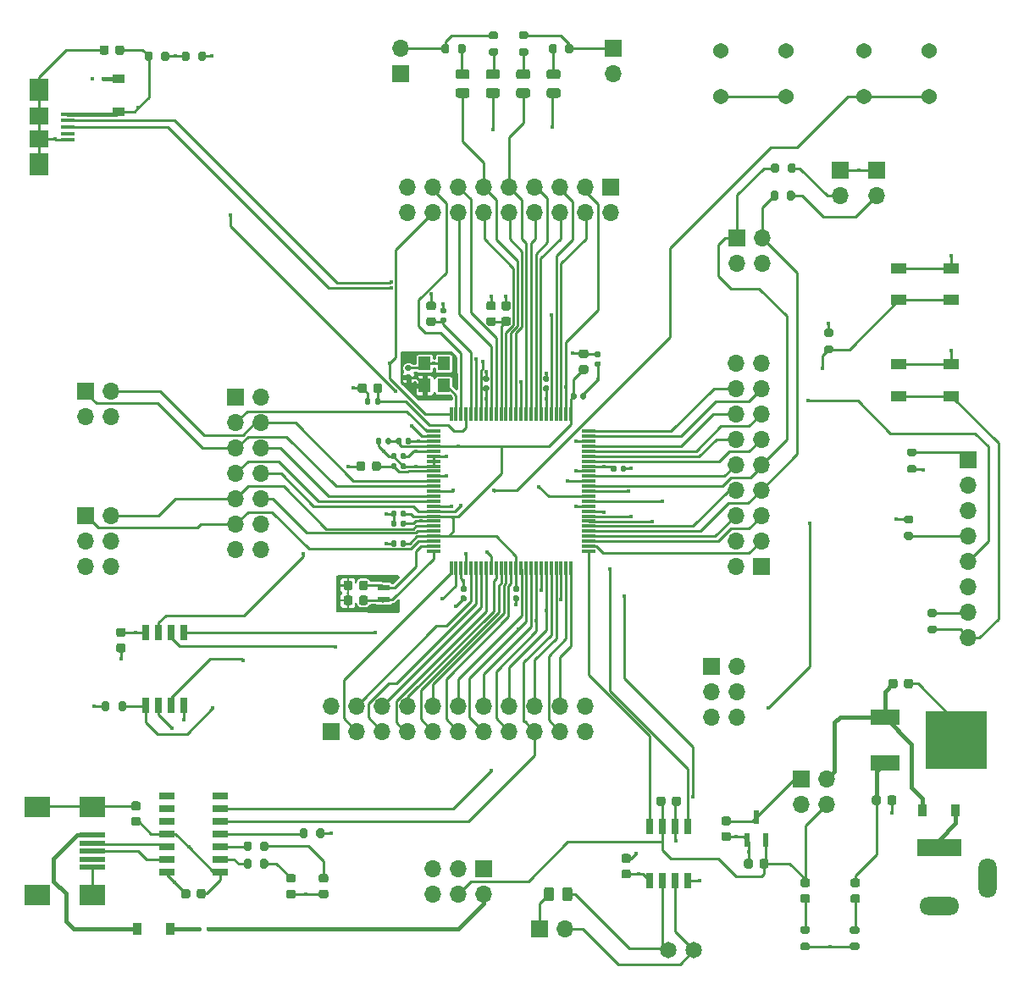
<source format=gbr>
G04 #@! TF.GenerationSoftware,KiCad,Pcbnew,(5.1.8)-1*
G04 #@! TF.CreationDate,2021-10-18T13:10:10-06:00*
G04 #@! TF.ProjectId,SAMduino,53414d64-7569-46e6-9f2e-6b696361645f,rev?*
G04 #@! TF.SameCoordinates,Original*
G04 #@! TF.FileFunction,Copper,L1,Top*
G04 #@! TF.FilePolarity,Positive*
%FSLAX46Y46*%
G04 Gerber Fmt 4.6, Leading zero omitted, Abs format (unit mm)*
G04 Created by KiCad (PCBNEW (5.1.8)-1) date 2021-10-18 13:10:10*
%MOMM*%
%LPD*%
G01*
G04 APERTURE LIST*
G04 #@! TA.AperFunction,SMDPad,CuDef*
%ADD10R,1.200000X1.400000*%
G04 #@! TD*
G04 #@! TA.AperFunction,SMDPad,CuDef*
%ADD11R,1.200000X0.600000*%
G04 #@! TD*
G04 #@! TA.AperFunction,SMDPad,CuDef*
%ADD12R,1.550000X1.000000*%
G04 #@! TD*
G04 #@! TA.AperFunction,ComponentPad*
%ADD13C,1.540000*%
G04 #@! TD*
G04 #@! TA.AperFunction,ComponentPad*
%ADD14O,1.700000X1.700000*%
G04 #@! TD*
G04 #@! TA.AperFunction,ComponentPad*
%ADD15R,1.700000X1.700000*%
G04 #@! TD*
G04 #@! TA.AperFunction,ComponentPad*
%ADD16C,1.650000*%
G04 #@! TD*
G04 #@! TA.AperFunction,SMDPad,CuDef*
%ADD17R,2.500000X0.500000*%
G04 #@! TD*
G04 #@! TA.AperFunction,SMDPad,CuDef*
%ADD18R,2.500000X2.000000*%
G04 #@! TD*
G04 #@! TA.AperFunction,SMDPad,CuDef*
%ADD19R,1.400000X0.400000*%
G04 #@! TD*
G04 #@! TA.AperFunction,SMDPad,CuDef*
%ADD20R,1.900000X2.300000*%
G04 #@! TD*
G04 #@! TA.AperFunction,SMDPad,CuDef*
%ADD21R,1.900000X1.800000*%
G04 #@! TD*
G04 #@! TA.AperFunction,ComponentPad*
%ADD22R,4.400000X1.800000*%
G04 #@! TD*
G04 #@! TA.AperFunction,ComponentPad*
%ADD23O,4.000000X1.800000*%
G04 #@! TD*
G04 #@! TA.AperFunction,ComponentPad*
%ADD24O,1.800000X4.000000*%
G04 #@! TD*
G04 #@! TA.AperFunction,SMDPad,CuDef*
%ADD25R,0.650000X1.500000*%
G04 #@! TD*
G04 #@! TA.AperFunction,SMDPad,CuDef*
%ADD26R,1.500000X0.650000*%
G04 #@! TD*
G04 #@! TA.AperFunction,SMDPad,CuDef*
%ADD27R,0.700000X1.550000*%
G04 #@! TD*
G04 #@! TA.AperFunction,SMDPad,CuDef*
%ADD28R,3.000000X1.600000*%
G04 #@! TD*
G04 #@! TA.AperFunction,SMDPad,CuDef*
%ADD29R,6.200000X5.800000*%
G04 #@! TD*
G04 #@! TA.AperFunction,SMDPad,CuDef*
%ADD30R,0.600000X1.400000*%
G04 #@! TD*
G04 #@! TA.AperFunction,SMDPad,CuDef*
%ADD31R,0.300000X1.475000*%
G04 #@! TD*
G04 #@! TA.AperFunction,SMDPad,CuDef*
%ADD32R,1.475000X0.300000*%
G04 #@! TD*
G04 #@! TA.AperFunction,SMDPad,CuDef*
%ADD33R,0.900000X1.200000*%
G04 #@! TD*
G04 #@! TA.AperFunction,SMDPad,CuDef*
%ADD34R,1.200000X0.900000*%
G04 #@! TD*
G04 #@! TA.AperFunction,ViaPad*
%ADD35C,0.400000*%
G04 #@! TD*
G04 #@! TA.AperFunction,Conductor*
%ADD36C,0.250000*%
G04 #@! TD*
G04 #@! TA.AperFunction,Conductor*
%ADD37C,0.400000*%
G04 #@! TD*
G04 #@! TA.AperFunction,Conductor*
%ADD38C,0.200000*%
G04 #@! TD*
G04 #@! TA.AperFunction,Conductor*
%ADD39C,0.100000*%
G04 #@! TD*
G04 #@! TA.AperFunction,Conductor*
%ADD40C,0.254000*%
G04 #@! TD*
G04 APERTURE END LIST*
D10*
X76500000Y-88475000D03*
X76500000Y-90675000D03*
X74600000Y-90675000D03*
X74600000Y-88475000D03*
D11*
X70500000Y-112100000D03*
X70500000Y-110900000D03*
G04 #@! TA.AperFunction,SMDPad,CuDef*
G36*
G01*
X62925000Y-135175000D02*
X62925000Y-135725000D01*
G75*
G02*
X62725000Y-135925000I-200000J0D01*
G01*
X62325000Y-135925000D01*
G75*
G02*
X62125000Y-135725000I0J200000D01*
G01*
X62125000Y-135175000D01*
G75*
G02*
X62325000Y-134975000I200000J0D01*
G01*
X62725000Y-134975000D01*
G75*
G02*
X62925000Y-135175000I0J-200000D01*
G01*
G37*
G04 #@! TD.AperFunction*
G04 #@! TA.AperFunction,SMDPad,CuDef*
G36*
G01*
X64575000Y-135175000D02*
X64575000Y-135725000D01*
G75*
G02*
X64375000Y-135925000I-200000J0D01*
G01*
X63975000Y-135925000D01*
G75*
G02*
X63775000Y-135725000I0J200000D01*
G01*
X63775000Y-135175000D01*
G75*
G02*
X63975000Y-134975000I200000J0D01*
G01*
X64375000Y-134975000D01*
G75*
G02*
X64575000Y-135175000I0J-200000D01*
G01*
G37*
G04 #@! TD.AperFunction*
D12*
X122025000Y-78950000D03*
X127275000Y-78950000D03*
X122025000Y-82150000D03*
X127275000Y-82150000D03*
X122025000Y-88550000D03*
X127275000Y-88550000D03*
X122025000Y-91750000D03*
X127275000Y-91750000D03*
D13*
X104250000Y-57250000D03*
X110750000Y-57250000D03*
X104250000Y-61750000D03*
X110750000Y-61750000D03*
X118550000Y-57250000D03*
X125050000Y-57250000D03*
X118550000Y-61750000D03*
X125050000Y-61750000D03*
G04 #@! TA.AperFunction,SMDPad,CuDef*
G36*
G01*
X112375000Y-146375000D02*
X112925000Y-146375000D01*
G75*
G02*
X113125000Y-146575000I0J-200000D01*
G01*
X113125000Y-146975000D01*
G75*
G02*
X112925000Y-147175000I-200000J0D01*
G01*
X112375000Y-147175000D01*
G75*
G02*
X112175000Y-146975000I0J200000D01*
G01*
X112175000Y-146575000D01*
G75*
G02*
X112375000Y-146375000I200000J0D01*
G01*
G37*
G04 #@! TD.AperFunction*
G04 #@! TA.AperFunction,SMDPad,CuDef*
G36*
G01*
X112375000Y-144725000D02*
X112925000Y-144725000D01*
G75*
G02*
X113125000Y-144925000I0J-200000D01*
G01*
X113125000Y-145325000D01*
G75*
G02*
X112925000Y-145525000I-200000J0D01*
G01*
X112375000Y-145525000D01*
G75*
G02*
X112175000Y-145325000I0J200000D01*
G01*
X112175000Y-144925000D01*
G75*
G02*
X112375000Y-144725000I200000J0D01*
G01*
G37*
G04 #@! TD.AperFunction*
G04 #@! TA.AperFunction,SMDPad,CuDef*
G36*
G01*
X117325000Y-146375000D02*
X117875000Y-146375000D01*
G75*
G02*
X118075000Y-146575000I0J-200000D01*
G01*
X118075000Y-146975000D01*
G75*
G02*
X117875000Y-147175000I-200000J0D01*
G01*
X117325000Y-147175000D01*
G75*
G02*
X117125000Y-146975000I0J200000D01*
G01*
X117125000Y-146575000D01*
G75*
G02*
X117325000Y-146375000I200000J0D01*
G01*
G37*
G04 #@! TD.AperFunction*
G04 #@! TA.AperFunction,SMDPad,CuDef*
G36*
G01*
X117325000Y-144725000D02*
X117875000Y-144725000D01*
G75*
G02*
X118075000Y-144925000I0J-200000D01*
G01*
X118075000Y-145325000D01*
G75*
G02*
X117875000Y-145525000I-200000J0D01*
G01*
X117325000Y-145525000D01*
G75*
G02*
X117125000Y-145325000I0J200000D01*
G01*
X117125000Y-144925000D01*
G75*
G02*
X117325000Y-144725000I200000J0D01*
G01*
G37*
G04 #@! TD.AperFunction*
G04 #@! TA.AperFunction,SMDPad,CuDef*
G36*
G01*
X122725000Y-105325000D02*
X123275000Y-105325000D01*
G75*
G02*
X123475000Y-105525000I0J-200000D01*
G01*
X123475000Y-105925000D01*
G75*
G02*
X123275000Y-106125000I-200000J0D01*
G01*
X122725000Y-106125000D01*
G75*
G02*
X122525000Y-105925000I0J200000D01*
G01*
X122525000Y-105525000D01*
G75*
G02*
X122725000Y-105325000I200000J0D01*
G01*
G37*
G04 #@! TD.AperFunction*
G04 #@! TA.AperFunction,SMDPad,CuDef*
G36*
G01*
X122725000Y-103675000D02*
X123275000Y-103675000D01*
G75*
G02*
X123475000Y-103875000I0J-200000D01*
G01*
X123475000Y-104275000D01*
G75*
G02*
X123275000Y-104475000I-200000J0D01*
G01*
X122725000Y-104475000D01*
G75*
G02*
X122525000Y-104275000I0J200000D01*
G01*
X122525000Y-103875000D01*
G75*
G02*
X122725000Y-103675000I200000J0D01*
G01*
G37*
G04 #@! TD.AperFunction*
G04 #@! TA.AperFunction,SMDPad,CuDef*
G36*
G01*
X123575000Y-97775000D02*
X123025000Y-97775000D01*
G75*
G02*
X122825000Y-97575000I0J200000D01*
G01*
X122825000Y-97175000D01*
G75*
G02*
X123025000Y-96975000I200000J0D01*
G01*
X123575000Y-96975000D01*
G75*
G02*
X123775000Y-97175000I0J-200000D01*
G01*
X123775000Y-97575000D01*
G75*
G02*
X123575000Y-97775000I-200000J0D01*
G01*
G37*
G04 #@! TD.AperFunction*
G04 #@! TA.AperFunction,SMDPad,CuDef*
G36*
G01*
X123575000Y-99425000D02*
X123025000Y-99425000D01*
G75*
G02*
X122825000Y-99225000I0J200000D01*
G01*
X122825000Y-98825000D01*
G75*
G02*
X123025000Y-98625000I200000J0D01*
G01*
X123575000Y-98625000D01*
G75*
G02*
X123775000Y-98825000I0J-200000D01*
G01*
X123775000Y-99225000D01*
G75*
G02*
X123575000Y-99425000I-200000J0D01*
G01*
G37*
G04 #@! TD.AperFunction*
G04 #@! TA.AperFunction,SMDPad,CuDef*
G36*
G01*
X109975000Y-71425000D02*
X109975000Y-71975000D01*
G75*
G02*
X109775000Y-72175000I-200000J0D01*
G01*
X109375000Y-72175000D01*
G75*
G02*
X109175000Y-71975000I0J200000D01*
G01*
X109175000Y-71425000D01*
G75*
G02*
X109375000Y-71225000I200000J0D01*
G01*
X109775000Y-71225000D01*
G75*
G02*
X109975000Y-71425000I0J-200000D01*
G01*
G37*
G04 #@! TD.AperFunction*
G04 #@! TA.AperFunction,SMDPad,CuDef*
G36*
G01*
X111625000Y-71425000D02*
X111625000Y-71975000D01*
G75*
G02*
X111425000Y-72175000I-200000J0D01*
G01*
X111025000Y-72175000D01*
G75*
G02*
X110825000Y-71975000I0J200000D01*
G01*
X110825000Y-71425000D01*
G75*
G02*
X111025000Y-71225000I200000J0D01*
G01*
X111425000Y-71225000D01*
G75*
G02*
X111625000Y-71425000I0J-200000D01*
G01*
G37*
G04 #@! TD.AperFunction*
G04 #@! TA.AperFunction,SMDPad,CuDef*
G36*
G01*
X110050000Y-68675000D02*
X110050000Y-69225000D01*
G75*
G02*
X109850000Y-69425000I-200000J0D01*
G01*
X109450000Y-69425000D01*
G75*
G02*
X109250000Y-69225000I0J200000D01*
G01*
X109250000Y-68675000D01*
G75*
G02*
X109450000Y-68475000I200000J0D01*
G01*
X109850000Y-68475000D01*
G75*
G02*
X110050000Y-68675000I0J-200000D01*
G01*
G37*
G04 #@! TD.AperFunction*
G04 #@! TA.AperFunction,SMDPad,CuDef*
G36*
G01*
X111700000Y-68675000D02*
X111700000Y-69225000D01*
G75*
G02*
X111500000Y-69425000I-200000J0D01*
G01*
X111100000Y-69425000D01*
G75*
G02*
X110900000Y-69225000I0J200000D01*
G01*
X110900000Y-68675000D01*
G75*
G02*
X111100000Y-68475000I200000J0D01*
G01*
X111500000Y-68475000D01*
G75*
G02*
X111700000Y-68675000I0J-200000D01*
G01*
G37*
G04 #@! TD.AperFunction*
G04 #@! TA.AperFunction,SMDPad,CuDef*
G36*
G01*
X115275000Y-85825000D02*
X114725000Y-85825000D01*
G75*
G02*
X114525000Y-85625000I0J200000D01*
G01*
X114525000Y-85225000D01*
G75*
G02*
X114725000Y-85025000I200000J0D01*
G01*
X115275000Y-85025000D01*
G75*
G02*
X115475000Y-85225000I0J-200000D01*
G01*
X115475000Y-85625000D01*
G75*
G02*
X115275000Y-85825000I-200000J0D01*
G01*
G37*
G04 #@! TD.AperFunction*
G04 #@! TA.AperFunction,SMDPad,CuDef*
G36*
G01*
X115275000Y-87475000D02*
X114725000Y-87475000D01*
G75*
G02*
X114525000Y-87275000I0J200000D01*
G01*
X114525000Y-86875000D01*
G75*
G02*
X114725000Y-86675000I200000J0D01*
G01*
X115275000Y-86675000D01*
G75*
G02*
X115475000Y-86875000I0J-200000D01*
G01*
X115475000Y-87275000D01*
G75*
G02*
X115275000Y-87475000I-200000J0D01*
G01*
G37*
G04 #@! TD.AperFunction*
G04 #@! TA.AperFunction,SMDPad,CuDef*
G36*
G01*
X87825000Y-56725000D02*
X87825000Y-57275000D01*
G75*
G02*
X87625000Y-57475000I-200000J0D01*
G01*
X87225000Y-57475000D01*
G75*
G02*
X87025000Y-57275000I0J200000D01*
G01*
X87025000Y-56725000D01*
G75*
G02*
X87225000Y-56525000I200000J0D01*
G01*
X87625000Y-56525000D01*
G75*
G02*
X87825000Y-56725000I0J-200000D01*
G01*
G37*
G04 #@! TD.AperFunction*
G04 #@! TA.AperFunction,SMDPad,CuDef*
G36*
G01*
X89475000Y-56725000D02*
X89475000Y-57275000D01*
G75*
G02*
X89275000Y-57475000I-200000J0D01*
G01*
X88875000Y-57475000D01*
G75*
G02*
X88675000Y-57275000I0J200000D01*
G01*
X88675000Y-56725000D01*
G75*
G02*
X88875000Y-56525000I200000J0D01*
G01*
X89275000Y-56525000D01*
G75*
G02*
X89475000Y-56725000I0J-200000D01*
G01*
G37*
G04 #@! TD.AperFunction*
G04 #@! TA.AperFunction,SMDPad,CuDef*
G36*
G01*
X84225000Y-56925000D02*
X84775000Y-56925000D01*
G75*
G02*
X84975000Y-57125000I0J-200000D01*
G01*
X84975000Y-57525000D01*
G75*
G02*
X84775000Y-57725000I-200000J0D01*
G01*
X84225000Y-57725000D01*
G75*
G02*
X84025000Y-57525000I0J200000D01*
G01*
X84025000Y-57125000D01*
G75*
G02*
X84225000Y-56925000I200000J0D01*
G01*
G37*
G04 #@! TD.AperFunction*
G04 #@! TA.AperFunction,SMDPad,CuDef*
G36*
G01*
X84225000Y-55275000D02*
X84775000Y-55275000D01*
G75*
G02*
X84975000Y-55475000I0J-200000D01*
G01*
X84975000Y-55875000D01*
G75*
G02*
X84775000Y-56075000I-200000J0D01*
G01*
X84225000Y-56075000D01*
G75*
G02*
X84025000Y-55875000I0J200000D01*
G01*
X84025000Y-55475000D01*
G75*
G02*
X84225000Y-55275000I200000J0D01*
G01*
G37*
G04 #@! TD.AperFunction*
G04 #@! TA.AperFunction,SMDPad,CuDef*
G36*
G01*
X81225000Y-56925000D02*
X81775000Y-56925000D01*
G75*
G02*
X81975000Y-57125000I0J-200000D01*
G01*
X81975000Y-57525000D01*
G75*
G02*
X81775000Y-57725000I-200000J0D01*
G01*
X81225000Y-57725000D01*
G75*
G02*
X81025000Y-57525000I0J200000D01*
G01*
X81025000Y-57125000D01*
G75*
G02*
X81225000Y-56925000I200000J0D01*
G01*
G37*
G04 #@! TD.AperFunction*
G04 #@! TA.AperFunction,SMDPad,CuDef*
G36*
G01*
X81225000Y-55275000D02*
X81775000Y-55275000D01*
G75*
G02*
X81975000Y-55475000I0J-200000D01*
G01*
X81975000Y-55875000D01*
G75*
G02*
X81775000Y-56075000I-200000J0D01*
G01*
X81225000Y-56075000D01*
G75*
G02*
X81025000Y-55875000I0J200000D01*
G01*
X81025000Y-55475000D01*
G75*
G02*
X81225000Y-55275000I200000J0D01*
G01*
G37*
G04 #@! TD.AperFunction*
G04 #@! TA.AperFunction,SMDPad,CuDef*
G36*
G01*
X77925000Y-57275000D02*
X77925000Y-56725000D01*
G75*
G02*
X78125000Y-56525000I200000J0D01*
G01*
X78525000Y-56525000D01*
G75*
G02*
X78725000Y-56725000I0J-200000D01*
G01*
X78725000Y-57275000D01*
G75*
G02*
X78525000Y-57475000I-200000J0D01*
G01*
X78125000Y-57475000D01*
G75*
G02*
X77925000Y-57275000I0J200000D01*
G01*
G37*
G04 #@! TD.AperFunction*
G04 #@! TA.AperFunction,SMDPad,CuDef*
G36*
G01*
X76275000Y-57275000D02*
X76275000Y-56725000D01*
G75*
G02*
X76475000Y-56525000I200000J0D01*
G01*
X76875000Y-56525000D01*
G75*
G02*
X77075000Y-56725000I0J-200000D01*
G01*
X77075000Y-57275000D01*
G75*
G02*
X76875000Y-57475000I-200000J0D01*
G01*
X76475000Y-57475000D01*
G75*
G02*
X76275000Y-57275000I0J200000D01*
G01*
G37*
G04 #@! TD.AperFunction*
G04 #@! TA.AperFunction,SMDPad,CuDef*
G36*
G01*
X125625000Y-113825000D02*
X125075000Y-113825000D01*
G75*
G02*
X124875000Y-113625000I0J200000D01*
G01*
X124875000Y-113225000D01*
G75*
G02*
X125075000Y-113025000I200000J0D01*
G01*
X125625000Y-113025000D01*
G75*
G02*
X125825000Y-113225000I0J-200000D01*
G01*
X125825000Y-113625000D01*
G75*
G02*
X125625000Y-113825000I-200000J0D01*
G01*
G37*
G04 #@! TD.AperFunction*
G04 #@! TA.AperFunction,SMDPad,CuDef*
G36*
G01*
X125625000Y-115475000D02*
X125075000Y-115475000D01*
G75*
G02*
X124875000Y-115275000I0J200000D01*
G01*
X124875000Y-114875000D01*
G75*
G02*
X125075000Y-114675000I200000J0D01*
G01*
X125625000Y-114675000D01*
G75*
G02*
X125825000Y-114875000I0J-200000D01*
G01*
X125825000Y-115275000D01*
G75*
G02*
X125625000Y-115475000I-200000J0D01*
G01*
G37*
G04 #@! TD.AperFunction*
G04 #@! TA.AperFunction,SMDPad,CuDef*
G36*
G01*
X88350000Y-142000002D02*
X88350000Y-141099998D01*
G75*
G02*
X88599998Y-140850000I249998J0D01*
G01*
X89125002Y-140850000D01*
G75*
G02*
X89375000Y-141099998I0J-249998D01*
G01*
X89375000Y-142000002D01*
G75*
G02*
X89125002Y-142250000I-249998J0D01*
G01*
X88599998Y-142250000D01*
G75*
G02*
X88350000Y-142000002I0J249998D01*
G01*
G37*
G04 #@! TD.AperFunction*
G04 #@! TA.AperFunction,SMDPad,CuDef*
G36*
G01*
X86525000Y-142000002D02*
X86525000Y-141099998D01*
G75*
G02*
X86774998Y-140850000I249998J0D01*
G01*
X87300002Y-140850000D01*
G75*
G02*
X87550000Y-141099998I0J-249998D01*
G01*
X87550000Y-142000002D01*
G75*
G02*
X87300002Y-142250000I-249998J0D01*
G01*
X86774998Y-142250000D01*
G75*
G02*
X86525000Y-142000002I0J249998D01*
G01*
G37*
G04 #@! TD.AperFunction*
G04 #@! TA.AperFunction,SMDPad,CuDef*
G36*
G01*
X58175000Y-137025000D02*
X58175000Y-136475000D01*
G75*
G02*
X58375000Y-136275000I200000J0D01*
G01*
X58775000Y-136275000D01*
G75*
G02*
X58975000Y-136475000I0J-200000D01*
G01*
X58975000Y-137025000D01*
G75*
G02*
X58775000Y-137225000I-200000J0D01*
G01*
X58375000Y-137225000D01*
G75*
G02*
X58175000Y-137025000I0J200000D01*
G01*
G37*
G04 #@! TD.AperFunction*
G04 #@! TA.AperFunction,SMDPad,CuDef*
G36*
G01*
X56525000Y-137025000D02*
X56525000Y-136475000D01*
G75*
G02*
X56725000Y-136275000I200000J0D01*
G01*
X57125000Y-136275000D01*
G75*
G02*
X57325000Y-136475000I0J-200000D01*
G01*
X57325000Y-137025000D01*
G75*
G02*
X57125000Y-137225000I-200000J0D01*
G01*
X56725000Y-137225000D01*
G75*
G02*
X56525000Y-137025000I0J200000D01*
G01*
G37*
G04 #@! TD.AperFunction*
G04 #@! TA.AperFunction,SMDPad,CuDef*
G36*
G01*
X58175000Y-138775000D02*
X58175000Y-138225000D01*
G75*
G02*
X58375000Y-138025000I200000J0D01*
G01*
X58775000Y-138025000D01*
G75*
G02*
X58975000Y-138225000I0J-200000D01*
G01*
X58975000Y-138775000D01*
G75*
G02*
X58775000Y-138975000I-200000J0D01*
G01*
X58375000Y-138975000D01*
G75*
G02*
X58175000Y-138775000I0J200000D01*
G01*
G37*
G04 #@! TD.AperFunction*
G04 #@! TA.AperFunction,SMDPad,CuDef*
G36*
G01*
X56525000Y-138775000D02*
X56525000Y-138225000D01*
G75*
G02*
X56725000Y-138025000I200000J0D01*
G01*
X57125000Y-138025000D01*
G75*
G02*
X57325000Y-138225000I0J-200000D01*
G01*
X57325000Y-138775000D01*
G75*
G02*
X57125000Y-138975000I-200000J0D01*
G01*
X56725000Y-138975000D01*
G75*
G02*
X56525000Y-138775000I0J200000D01*
G01*
G37*
G04 #@! TD.AperFunction*
G04 #@! TA.AperFunction,SMDPad,CuDef*
G36*
G01*
X43975000Y-123025000D02*
X43975000Y-122475000D01*
G75*
G02*
X44175000Y-122275000I200000J0D01*
G01*
X44575000Y-122275000D01*
G75*
G02*
X44775000Y-122475000I0J-200000D01*
G01*
X44775000Y-123025000D01*
G75*
G02*
X44575000Y-123225000I-200000J0D01*
G01*
X44175000Y-123225000D01*
G75*
G02*
X43975000Y-123025000I0J200000D01*
G01*
G37*
G04 #@! TD.AperFunction*
G04 #@! TA.AperFunction,SMDPad,CuDef*
G36*
G01*
X42325000Y-123025000D02*
X42325000Y-122475000D01*
G75*
G02*
X42525000Y-122275000I200000J0D01*
G01*
X42925000Y-122275000D01*
G75*
G02*
X43125000Y-122475000I0J-200000D01*
G01*
X43125000Y-123025000D01*
G75*
G02*
X42925000Y-123225000I-200000J0D01*
G01*
X42525000Y-123225000D01*
G75*
G02*
X42325000Y-123025000I0J200000D01*
G01*
G37*
G04 #@! TD.AperFunction*
G04 #@! TA.AperFunction,SMDPad,CuDef*
G36*
G01*
X48275000Y-58025000D02*
X48275000Y-57475000D01*
G75*
G02*
X48475000Y-57275000I200000J0D01*
G01*
X48875000Y-57275000D01*
G75*
G02*
X49075000Y-57475000I0J-200000D01*
G01*
X49075000Y-58025000D01*
G75*
G02*
X48875000Y-58225000I-200000J0D01*
G01*
X48475000Y-58225000D01*
G75*
G02*
X48275000Y-58025000I0J200000D01*
G01*
G37*
G04 #@! TD.AperFunction*
G04 #@! TA.AperFunction,SMDPad,CuDef*
G36*
G01*
X46625000Y-58025000D02*
X46625000Y-57475000D01*
G75*
G02*
X46825000Y-57275000I200000J0D01*
G01*
X47225000Y-57275000D01*
G75*
G02*
X47425000Y-57475000I0J-200000D01*
G01*
X47425000Y-58025000D01*
G75*
G02*
X47225000Y-58225000I-200000J0D01*
G01*
X46825000Y-58225000D01*
G75*
G02*
X46625000Y-58025000I0J200000D01*
G01*
G37*
G04 #@! TD.AperFunction*
G04 #@! TA.AperFunction,SMDPad,CuDef*
G36*
G01*
X51975000Y-58025000D02*
X51975000Y-57475000D01*
G75*
G02*
X52175000Y-57275000I200000J0D01*
G01*
X52575000Y-57275000D01*
G75*
G02*
X52775000Y-57475000I0J-200000D01*
G01*
X52775000Y-58025000D01*
G75*
G02*
X52575000Y-58225000I-200000J0D01*
G01*
X52175000Y-58225000D01*
G75*
G02*
X51975000Y-58025000I0J200000D01*
G01*
G37*
G04 #@! TD.AperFunction*
G04 #@! TA.AperFunction,SMDPad,CuDef*
G36*
G01*
X50325000Y-58025000D02*
X50325000Y-57475000D01*
G75*
G02*
X50525000Y-57275000I200000J0D01*
G01*
X50925000Y-57275000D01*
G75*
G02*
X51125000Y-57475000I0J-200000D01*
G01*
X51125000Y-58025000D01*
G75*
G02*
X50925000Y-58225000I-200000J0D01*
G01*
X50525000Y-58225000D01*
G75*
G02*
X50325000Y-58025000I0J200000D01*
G01*
G37*
G04 #@! TD.AperFunction*
G04 #@! TA.AperFunction,SMDPad,CuDef*
G36*
G01*
X69170000Y-92090000D02*
X69170000Y-92460000D01*
G75*
G02*
X69035000Y-92595000I-135000J0D01*
G01*
X68765000Y-92595000D01*
G75*
G02*
X68630000Y-92460000I0J135000D01*
G01*
X68630000Y-92090000D01*
G75*
G02*
X68765000Y-91955000I135000J0D01*
G01*
X69035000Y-91955000D01*
G75*
G02*
X69170000Y-92090000I0J-135000D01*
G01*
G37*
G04 #@! TD.AperFunction*
G04 #@! TA.AperFunction,SMDPad,CuDef*
G36*
G01*
X70190000Y-92090000D02*
X70190000Y-92460000D01*
G75*
G02*
X70055000Y-92595000I-135000J0D01*
G01*
X69785000Y-92595000D01*
G75*
G02*
X69650000Y-92460000I0J135000D01*
G01*
X69650000Y-92090000D01*
G75*
G02*
X69785000Y-91955000I135000J0D01*
G01*
X70055000Y-91955000D01*
G75*
G02*
X70190000Y-92090000I0J-135000D01*
G01*
G37*
G04 #@! TD.AperFunction*
G04 #@! TA.AperFunction,SMDPad,CuDef*
G36*
G01*
X75506250Y-83150000D02*
X74993750Y-83150000D01*
G75*
G02*
X74775000Y-82931250I0J218750D01*
G01*
X74775000Y-82493750D01*
G75*
G02*
X74993750Y-82275000I218750J0D01*
G01*
X75506250Y-82275000D01*
G75*
G02*
X75725000Y-82493750I0J-218750D01*
G01*
X75725000Y-82931250D01*
G75*
G02*
X75506250Y-83150000I-218750J0D01*
G01*
G37*
G04 #@! TD.AperFunction*
G04 #@! TA.AperFunction,SMDPad,CuDef*
G36*
G01*
X75506250Y-84725000D02*
X74993750Y-84725000D01*
G75*
G02*
X74775000Y-84506250I0J218750D01*
G01*
X74775000Y-84068750D01*
G75*
G02*
X74993750Y-83850000I218750J0D01*
G01*
X75506250Y-83850000D01*
G75*
G02*
X75725000Y-84068750I0J-218750D01*
G01*
X75725000Y-84506250D01*
G75*
G02*
X75506250Y-84725000I-218750J0D01*
G01*
G37*
G04 #@! TD.AperFunction*
G04 #@! TA.AperFunction,SMDPad,CuDef*
G36*
G01*
X90243750Y-88650000D02*
X90756250Y-88650000D01*
G75*
G02*
X90975000Y-88868750I0J-218750D01*
G01*
X90975000Y-89306250D01*
G75*
G02*
X90756250Y-89525000I-218750J0D01*
G01*
X90243750Y-89525000D01*
G75*
G02*
X90025000Y-89306250I0J218750D01*
G01*
X90025000Y-88868750D01*
G75*
G02*
X90243750Y-88650000I218750J0D01*
G01*
G37*
G04 #@! TD.AperFunction*
G04 #@! TA.AperFunction,SMDPad,CuDef*
G36*
G01*
X90243750Y-87075000D02*
X90756250Y-87075000D01*
G75*
G02*
X90975000Y-87293750I0J-218750D01*
G01*
X90975000Y-87731250D01*
G75*
G02*
X90756250Y-87950000I-218750J0D01*
G01*
X90243750Y-87950000D01*
G75*
G02*
X90025000Y-87731250I0J218750D01*
G01*
X90025000Y-87293750D01*
G75*
G02*
X90243750Y-87075000I218750J0D01*
G01*
G37*
G04 #@! TD.AperFunction*
G04 #@! TA.AperFunction,SMDPad,CuDef*
G36*
G01*
X68650000Y-98493750D02*
X68650000Y-99006250D01*
G75*
G02*
X68431250Y-99225000I-218750J0D01*
G01*
X67993750Y-99225000D01*
G75*
G02*
X67775000Y-99006250I0J218750D01*
G01*
X67775000Y-98493750D01*
G75*
G02*
X67993750Y-98275000I218750J0D01*
G01*
X68431250Y-98275000D01*
G75*
G02*
X68650000Y-98493750I0J-218750D01*
G01*
G37*
G04 #@! TD.AperFunction*
G04 #@! TA.AperFunction,SMDPad,CuDef*
G36*
G01*
X70225000Y-98493750D02*
X70225000Y-99006250D01*
G75*
G02*
X70006250Y-99225000I-218750J0D01*
G01*
X69568750Y-99225000D01*
G75*
G02*
X69350000Y-99006250I0J218750D01*
G01*
X69350000Y-98493750D01*
G75*
G02*
X69568750Y-98275000I218750J0D01*
G01*
X70006250Y-98275000D01*
G75*
G02*
X70225000Y-98493750I0J-218750D01*
G01*
G37*
G04 #@! TD.AperFunction*
G04 #@! TA.AperFunction,SMDPad,CuDef*
G36*
G01*
X81506250Y-83150000D02*
X80993750Y-83150000D01*
G75*
G02*
X80775000Y-82931250I0J218750D01*
G01*
X80775000Y-82493750D01*
G75*
G02*
X80993750Y-82275000I218750J0D01*
G01*
X81506250Y-82275000D01*
G75*
G02*
X81725000Y-82493750I0J-218750D01*
G01*
X81725000Y-82931250D01*
G75*
G02*
X81506250Y-83150000I-218750J0D01*
G01*
G37*
G04 #@! TD.AperFunction*
G04 #@! TA.AperFunction,SMDPad,CuDef*
G36*
G01*
X81506250Y-84725000D02*
X80993750Y-84725000D01*
G75*
G02*
X80775000Y-84506250I0J218750D01*
G01*
X80775000Y-84068750D01*
G75*
G02*
X80993750Y-83850000I218750J0D01*
G01*
X81506250Y-83850000D01*
G75*
G02*
X81725000Y-84068750I0J-218750D01*
G01*
X81725000Y-84506250D01*
G75*
G02*
X81506250Y-84725000I-218750J0D01*
G01*
G37*
G04 #@! TD.AperFunction*
D14*
X128950000Y-115880000D03*
X128950000Y-113340000D03*
X128950000Y-110800000D03*
X128950000Y-108260000D03*
X128950000Y-105720000D03*
X128950000Y-103180000D03*
X128950000Y-100640000D03*
D15*
X128950000Y-98100000D03*
D14*
X105790000Y-123830000D03*
X103250000Y-123830000D03*
X105790000Y-121290000D03*
X103250000Y-121290000D03*
X105790000Y-118750000D03*
D15*
X103250000Y-118750000D03*
D14*
X43290000Y-93790000D03*
X40750000Y-93790000D03*
X43290000Y-91250000D03*
D15*
X40750000Y-91250000D03*
D14*
X75420000Y-141540000D03*
X75420000Y-139000000D03*
X77960000Y-141540000D03*
X77960000Y-139000000D03*
X80500000Y-141540000D03*
D15*
X80500000Y-139000000D03*
D14*
X119800000Y-71690000D03*
D15*
X119800000Y-69150000D03*
D14*
X43290000Y-108790000D03*
X40750000Y-108790000D03*
X43290000Y-106250000D03*
X40750000Y-106250000D03*
X43290000Y-103710000D03*
D15*
X40750000Y-103710000D03*
D14*
X108390000Y-78490000D03*
X105850000Y-78490000D03*
X108390000Y-75950000D03*
D15*
X105850000Y-75950000D03*
D14*
X116150000Y-71690000D03*
D15*
X116150000Y-69150000D03*
D14*
X72900000Y-73390000D03*
X72900000Y-70850000D03*
X75440000Y-73390000D03*
X75440000Y-70850000D03*
X77980000Y-73390000D03*
X77980000Y-70850000D03*
X80520000Y-73390000D03*
X80520000Y-70850000D03*
X83060000Y-73390000D03*
X83060000Y-70850000D03*
X85600000Y-73390000D03*
X85600000Y-70850000D03*
X88140000Y-73390000D03*
X88140000Y-70850000D03*
X90680000Y-73390000D03*
X90680000Y-70850000D03*
X93220000Y-73390000D03*
D15*
X93220000Y-70850000D03*
D14*
X105710000Y-88430000D03*
X108250000Y-88430000D03*
X105710000Y-90970000D03*
X108250000Y-90970000D03*
X105710000Y-93510000D03*
X108250000Y-93510000D03*
X105710000Y-96050000D03*
X108250000Y-96050000D03*
X105710000Y-98590000D03*
X108250000Y-98590000D03*
X105710000Y-101130000D03*
X108250000Y-101130000D03*
X105710000Y-103670000D03*
X108250000Y-103670000D03*
X105710000Y-106210000D03*
X108250000Y-106210000D03*
X105710000Y-108750000D03*
D15*
X108250000Y-108750000D03*
D14*
X90700000Y-122710000D03*
X90700000Y-125250000D03*
X88160000Y-122710000D03*
X88160000Y-125250000D03*
X85620000Y-122710000D03*
X85620000Y-125250000D03*
X83080000Y-122710000D03*
X83080000Y-125250000D03*
X80540000Y-122710000D03*
X80540000Y-125250000D03*
X78000000Y-122710000D03*
X78000000Y-125250000D03*
X75460000Y-122710000D03*
X75460000Y-125250000D03*
X72920000Y-122710000D03*
X72920000Y-125250000D03*
X70380000Y-122710000D03*
X70380000Y-125250000D03*
X67840000Y-122710000D03*
X67840000Y-125250000D03*
X65300000Y-122710000D03*
D15*
X65300000Y-125250000D03*
D14*
X58250000Y-107120000D03*
X55710000Y-107120000D03*
X58250000Y-104580000D03*
X55710000Y-104580000D03*
X58250000Y-102040000D03*
X55710000Y-102040000D03*
X58250000Y-99500000D03*
X55710000Y-99500000D03*
X58250000Y-96960000D03*
X55710000Y-96960000D03*
X58250000Y-94420000D03*
X55710000Y-94420000D03*
X58250000Y-91880000D03*
D15*
X55710000Y-91880000D03*
D14*
X93500000Y-59540000D03*
D15*
X93500000Y-57000000D03*
D14*
X72250000Y-56960000D03*
D15*
X72250000Y-59500000D03*
D16*
X101520000Y-147150000D03*
X98980000Y-147150000D03*
D14*
X88640000Y-145000000D03*
D15*
X86100000Y-145000000D03*
D17*
X41350000Y-138850000D03*
X41350000Y-138050000D03*
X41350000Y-137250000D03*
X41350000Y-136450000D03*
X41350000Y-135650000D03*
D18*
X41350000Y-141650000D03*
X41350000Y-132850000D03*
X35850000Y-141650000D03*
X35850000Y-132850000D03*
D19*
X38900000Y-63550000D03*
X38900000Y-64200000D03*
X38900000Y-64850000D03*
X38900000Y-65500000D03*
X38900000Y-66150000D03*
D20*
X36050000Y-61100000D03*
X36050000Y-68600000D03*
D21*
X36050000Y-63700000D03*
X36050000Y-66000000D03*
D14*
X114790000Y-132590000D03*
X112250000Y-132590000D03*
X114790000Y-130050000D03*
D15*
X112250000Y-130050000D03*
D22*
X126050000Y-136900000D03*
D23*
X126050000Y-142700000D03*
D24*
X130850000Y-139900000D03*
D25*
X100905000Y-140200000D03*
X99635000Y-140200000D03*
X98365000Y-140200000D03*
X97095000Y-140200000D03*
X97095000Y-134800000D03*
X98365000Y-134800000D03*
X99635000Y-134800000D03*
X100905000Y-134800000D03*
D26*
X48800000Y-139310000D03*
X48800000Y-138040000D03*
X48800000Y-136770000D03*
X48800000Y-135500000D03*
X48800000Y-134230000D03*
X48800000Y-132960000D03*
X48800000Y-131690000D03*
X54200000Y-131690000D03*
X54200000Y-132960000D03*
X54200000Y-134230000D03*
X54200000Y-135500000D03*
X54200000Y-136770000D03*
X54200000Y-138040000D03*
X54200000Y-139310000D03*
D27*
X46745000Y-115400000D03*
X48015000Y-115400000D03*
X49285000Y-115400000D03*
X50555000Y-115400000D03*
X50555000Y-122700000D03*
X49285000Y-122700000D03*
X48015000Y-122700000D03*
X46745000Y-122700000D03*
D28*
X120600000Y-128435000D03*
D29*
X127780000Y-126150000D03*
D28*
X120600000Y-123865000D03*
D30*
X107750000Y-133850000D03*
X108700000Y-136150000D03*
X106800000Y-136150000D03*
D31*
X77250000Y-93512000D03*
X77750000Y-93512000D03*
X78250000Y-93512000D03*
X78750000Y-93512000D03*
X79250000Y-93512000D03*
X79750000Y-93512000D03*
X80250000Y-93512000D03*
X80750000Y-93512000D03*
X81250000Y-93512000D03*
X81750000Y-93512000D03*
X82250000Y-93512000D03*
X82750000Y-93512000D03*
X83250000Y-93512000D03*
X83750000Y-93512000D03*
X84250000Y-93512000D03*
X84750000Y-93512000D03*
X85250000Y-93512000D03*
X85750000Y-93512000D03*
X86250000Y-93512000D03*
X86750000Y-93512000D03*
X87250000Y-93512000D03*
X87750000Y-93512000D03*
X88250000Y-93512000D03*
X88750000Y-93512000D03*
X89250000Y-93512000D03*
D32*
X90988000Y-95250000D03*
X90988000Y-95750000D03*
X90988000Y-96250000D03*
X90988000Y-96750000D03*
X90988000Y-97250000D03*
X90988000Y-97750000D03*
X90988000Y-98250000D03*
X90988000Y-98750000D03*
X90988000Y-99250000D03*
X90988000Y-99750000D03*
X90988000Y-100250000D03*
X90988000Y-100750000D03*
X90988000Y-101250000D03*
X90988000Y-101750000D03*
X90988000Y-102250000D03*
X90988000Y-102750000D03*
X90988000Y-103250000D03*
X90988000Y-103750000D03*
X90988000Y-104250000D03*
X90988000Y-104750000D03*
X90988000Y-105250000D03*
X90988000Y-105750000D03*
X90988000Y-106250000D03*
X90988000Y-106750000D03*
X90988000Y-107250000D03*
D31*
X89250000Y-108988000D03*
X88750000Y-108988000D03*
X88250000Y-108988000D03*
X87750000Y-108988000D03*
X87250000Y-108988000D03*
X86750000Y-108988000D03*
X86250000Y-108988000D03*
X85750000Y-108988000D03*
X85250000Y-108988000D03*
X84750000Y-108988000D03*
X84250000Y-108988000D03*
X83750000Y-108988000D03*
X83250000Y-108988000D03*
X82750000Y-108988000D03*
X82250000Y-108988000D03*
X81750000Y-108988000D03*
X81250000Y-108988000D03*
X80750000Y-108988000D03*
X80250000Y-108988000D03*
X79750000Y-108988000D03*
X79250000Y-108988000D03*
X78750000Y-108988000D03*
X78250000Y-108988000D03*
X77750000Y-108988000D03*
X77250000Y-108988000D03*
D32*
X75512000Y-107250000D03*
X75512000Y-106750000D03*
X75512000Y-106250000D03*
X75512000Y-105750000D03*
X75512000Y-105250000D03*
X75512000Y-104750000D03*
X75512000Y-104250000D03*
X75512000Y-103750000D03*
X75512000Y-103250000D03*
X75512000Y-102750000D03*
X75512000Y-102250000D03*
X75512000Y-101750000D03*
X75512000Y-101250000D03*
X75512000Y-100750000D03*
X75512000Y-100250000D03*
X75512000Y-99750000D03*
X75512000Y-99250000D03*
X75512000Y-98750000D03*
X75512000Y-98250000D03*
X75512000Y-97750000D03*
X75512000Y-97250000D03*
X75512000Y-96750000D03*
X75512000Y-96250000D03*
X75512000Y-95750000D03*
X75512000Y-95250000D03*
G04 #@! TA.AperFunction,SMDPad,CuDef*
G36*
G01*
X112906250Y-140850000D02*
X112393750Y-140850000D01*
G75*
G02*
X112175000Y-140631250I0J218750D01*
G01*
X112175000Y-140193750D01*
G75*
G02*
X112393750Y-139975000I218750J0D01*
G01*
X112906250Y-139975000D01*
G75*
G02*
X113125000Y-140193750I0J-218750D01*
G01*
X113125000Y-140631250D01*
G75*
G02*
X112906250Y-140850000I-218750J0D01*
G01*
G37*
G04 #@! TD.AperFunction*
G04 #@! TA.AperFunction,SMDPad,CuDef*
G36*
G01*
X112906250Y-142425000D02*
X112393750Y-142425000D01*
G75*
G02*
X112175000Y-142206250I0J218750D01*
G01*
X112175000Y-141768750D01*
G75*
G02*
X112393750Y-141550000I218750J0D01*
G01*
X112906250Y-141550000D01*
G75*
G02*
X113125000Y-141768750I0J-218750D01*
G01*
X113125000Y-142206250D01*
G75*
G02*
X112906250Y-142425000I-218750J0D01*
G01*
G37*
G04 #@! TD.AperFunction*
D33*
X127700000Y-133150000D03*
X124400000Y-133150000D03*
G04 #@! TA.AperFunction,SMDPad,CuDef*
G36*
G01*
X117906250Y-140850000D02*
X117393750Y-140850000D01*
G75*
G02*
X117175000Y-140631250I0J218750D01*
G01*
X117175000Y-140193750D01*
G75*
G02*
X117393750Y-139975000I218750J0D01*
G01*
X117906250Y-139975000D01*
G75*
G02*
X118125000Y-140193750I0J-218750D01*
G01*
X118125000Y-140631250D01*
G75*
G02*
X117906250Y-140850000I-218750J0D01*
G01*
G37*
G04 #@! TD.AperFunction*
G04 #@! TA.AperFunction,SMDPad,CuDef*
G36*
G01*
X117906250Y-142425000D02*
X117393750Y-142425000D01*
G75*
G02*
X117175000Y-142206250I0J218750D01*
G01*
X117175000Y-141768750D01*
G75*
G02*
X117393750Y-141550000I218750J0D01*
G01*
X117906250Y-141550000D01*
G75*
G02*
X118125000Y-141768750I0J-218750D01*
G01*
X118125000Y-142206250D01*
G75*
G02*
X117906250Y-142425000I-218750J0D01*
G01*
G37*
G04 #@! TD.AperFunction*
G04 #@! TA.AperFunction,SMDPad,CuDef*
G36*
G01*
X87956250Y-60050000D02*
X87043750Y-60050000D01*
G75*
G02*
X86800000Y-59806250I0J243750D01*
G01*
X86800000Y-59318750D01*
G75*
G02*
X87043750Y-59075000I243750J0D01*
G01*
X87956250Y-59075000D01*
G75*
G02*
X88200000Y-59318750I0J-243750D01*
G01*
X88200000Y-59806250D01*
G75*
G02*
X87956250Y-60050000I-243750J0D01*
G01*
G37*
G04 #@! TD.AperFunction*
G04 #@! TA.AperFunction,SMDPad,CuDef*
G36*
G01*
X87956250Y-61925000D02*
X87043750Y-61925000D01*
G75*
G02*
X86800000Y-61681250I0J243750D01*
G01*
X86800000Y-61193750D01*
G75*
G02*
X87043750Y-60950000I243750J0D01*
G01*
X87956250Y-60950000D01*
G75*
G02*
X88200000Y-61193750I0J-243750D01*
G01*
X88200000Y-61681250D01*
G75*
G02*
X87956250Y-61925000I-243750J0D01*
G01*
G37*
G04 #@! TD.AperFunction*
G04 #@! TA.AperFunction,SMDPad,CuDef*
G36*
G01*
X84922916Y-60050000D02*
X84010416Y-60050000D01*
G75*
G02*
X83766666Y-59806250I0J243750D01*
G01*
X83766666Y-59318750D01*
G75*
G02*
X84010416Y-59075000I243750J0D01*
G01*
X84922916Y-59075000D01*
G75*
G02*
X85166666Y-59318750I0J-243750D01*
G01*
X85166666Y-59806250D01*
G75*
G02*
X84922916Y-60050000I-243750J0D01*
G01*
G37*
G04 #@! TD.AperFunction*
G04 #@! TA.AperFunction,SMDPad,CuDef*
G36*
G01*
X84922916Y-61925000D02*
X84010416Y-61925000D01*
G75*
G02*
X83766666Y-61681250I0J243750D01*
G01*
X83766666Y-61193750D01*
G75*
G02*
X84010416Y-60950000I243750J0D01*
G01*
X84922916Y-60950000D01*
G75*
G02*
X85166666Y-61193750I0J-243750D01*
G01*
X85166666Y-61681250D01*
G75*
G02*
X84922916Y-61925000I-243750J0D01*
G01*
G37*
G04 #@! TD.AperFunction*
G04 #@! TA.AperFunction,SMDPad,CuDef*
G36*
G01*
X81889583Y-60050000D02*
X80977083Y-60050000D01*
G75*
G02*
X80733333Y-59806250I0J243750D01*
G01*
X80733333Y-59318750D01*
G75*
G02*
X80977083Y-59075000I243750J0D01*
G01*
X81889583Y-59075000D01*
G75*
G02*
X82133333Y-59318750I0J-243750D01*
G01*
X82133333Y-59806250D01*
G75*
G02*
X81889583Y-60050000I-243750J0D01*
G01*
G37*
G04 #@! TD.AperFunction*
G04 #@! TA.AperFunction,SMDPad,CuDef*
G36*
G01*
X81889583Y-61925000D02*
X80977083Y-61925000D01*
G75*
G02*
X80733333Y-61681250I0J243750D01*
G01*
X80733333Y-61193750D01*
G75*
G02*
X80977083Y-60950000I243750J0D01*
G01*
X81889583Y-60950000D01*
G75*
G02*
X82133333Y-61193750I0J-243750D01*
G01*
X82133333Y-61681250D01*
G75*
G02*
X81889583Y-61925000I-243750J0D01*
G01*
G37*
G04 #@! TD.AperFunction*
G04 #@! TA.AperFunction,SMDPad,CuDef*
G36*
G01*
X78856250Y-60050000D02*
X77943750Y-60050000D01*
G75*
G02*
X77700000Y-59806250I0J243750D01*
G01*
X77700000Y-59318750D01*
G75*
G02*
X77943750Y-59075000I243750J0D01*
G01*
X78856250Y-59075000D01*
G75*
G02*
X79100000Y-59318750I0J-243750D01*
G01*
X79100000Y-59806250D01*
G75*
G02*
X78856250Y-60050000I-243750J0D01*
G01*
G37*
G04 #@! TD.AperFunction*
G04 #@! TA.AperFunction,SMDPad,CuDef*
G36*
G01*
X78856250Y-61925000D02*
X77943750Y-61925000D01*
G75*
G02*
X77700000Y-61681250I0J243750D01*
G01*
X77700000Y-61193750D01*
G75*
G02*
X77943750Y-60950000I243750J0D01*
G01*
X78856250Y-60950000D01*
G75*
G02*
X79100000Y-61193750I0J-243750D01*
G01*
X79100000Y-61681250D01*
G75*
G02*
X78856250Y-61925000I-243750J0D01*
G01*
G37*
G04 #@! TD.AperFunction*
G04 #@! TA.AperFunction,SMDPad,CuDef*
G36*
G01*
X64243750Y-141100000D02*
X64756250Y-141100000D01*
G75*
G02*
X64975000Y-141318750I0J-218750D01*
G01*
X64975000Y-141756250D01*
G75*
G02*
X64756250Y-141975000I-218750J0D01*
G01*
X64243750Y-141975000D01*
G75*
G02*
X64025000Y-141756250I0J218750D01*
G01*
X64025000Y-141318750D01*
G75*
G02*
X64243750Y-141100000I218750J0D01*
G01*
G37*
G04 #@! TD.AperFunction*
G04 #@! TA.AperFunction,SMDPad,CuDef*
G36*
G01*
X64243750Y-139525000D02*
X64756250Y-139525000D01*
G75*
G02*
X64975000Y-139743750I0J-218750D01*
G01*
X64975000Y-140181250D01*
G75*
G02*
X64756250Y-140400000I-218750J0D01*
G01*
X64243750Y-140400000D01*
G75*
G02*
X64025000Y-140181250I0J218750D01*
G01*
X64025000Y-139743750D01*
G75*
G02*
X64243750Y-139525000I218750J0D01*
G01*
G37*
G04 #@! TD.AperFunction*
G04 #@! TA.AperFunction,SMDPad,CuDef*
G36*
G01*
X60993750Y-141100000D02*
X61506250Y-141100000D01*
G75*
G02*
X61725000Y-141318750I0J-218750D01*
G01*
X61725000Y-141756250D01*
G75*
G02*
X61506250Y-141975000I-218750J0D01*
G01*
X60993750Y-141975000D01*
G75*
G02*
X60775000Y-141756250I0J218750D01*
G01*
X60775000Y-141318750D01*
G75*
G02*
X60993750Y-141100000I218750J0D01*
G01*
G37*
G04 #@! TD.AperFunction*
G04 #@! TA.AperFunction,SMDPad,CuDef*
G36*
G01*
X60993750Y-139525000D02*
X61506250Y-139525000D01*
G75*
G02*
X61725000Y-139743750I0J-218750D01*
G01*
X61725000Y-140181250D01*
G75*
G02*
X61506250Y-140400000I-218750J0D01*
G01*
X60993750Y-140400000D01*
G75*
G02*
X60775000Y-140181250I0J218750D01*
G01*
X60775000Y-139743750D01*
G75*
G02*
X60993750Y-139525000I218750J0D01*
G01*
G37*
G04 #@! TD.AperFunction*
X45850000Y-145000000D03*
X49150000Y-145000000D03*
D34*
X44050000Y-63300000D03*
X44050000Y-60000000D03*
G04 #@! TA.AperFunction,SMDPad,CuDef*
G36*
G01*
X95000000Y-138425000D02*
X94500000Y-138425000D01*
G75*
G02*
X94275000Y-138200000I0J225000D01*
G01*
X94275000Y-137750000D01*
G75*
G02*
X94500000Y-137525000I225000J0D01*
G01*
X95000000Y-137525000D01*
G75*
G02*
X95225000Y-137750000I0J-225000D01*
G01*
X95225000Y-138200000D01*
G75*
G02*
X95000000Y-138425000I-225000J0D01*
G01*
G37*
G04 #@! TD.AperFunction*
G04 #@! TA.AperFunction,SMDPad,CuDef*
G36*
G01*
X95000000Y-139975000D02*
X94500000Y-139975000D01*
G75*
G02*
X94275000Y-139750000I0J225000D01*
G01*
X94275000Y-139300000D01*
G75*
G02*
X94500000Y-139075000I225000J0D01*
G01*
X95000000Y-139075000D01*
G75*
G02*
X95225000Y-139300000I0J-225000D01*
G01*
X95225000Y-139750000D01*
G75*
G02*
X95000000Y-139975000I-225000J0D01*
G01*
G37*
G04 #@! TD.AperFunction*
G04 #@! TA.AperFunction,SMDPad,CuDef*
G36*
G01*
X98675000Y-132000000D02*
X98675000Y-132500000D01*
G75*
G02*
X98450000Y-132725000I-225000J0D01*
G01*
X98000000Y-132725000D01*
G75*
G02*
X97775000Y-132500000I0J225000D01*
G01*
X97775000Y-132000000D01*
G75*
G02*
X98000000Y-131775000I225000J0D01*
G01*
X98450000Y-131775000D01*
G75*
G02*
X98675000Y-132000000I0J-225000D01*
G01*
G37*
G04 #@! TD.AperFunction*
G04 #@! TA.AperFunction,SMDPad,CuDef*
G36*
G01*
X100225000Y-132000000D02*
X100225000Y-132500000D01*
G75*
G02*
X100000000Y-132725000I-225000J0D01*
G01*
X99550000Y-132725000D01*
G75*
G02*
X99325000Y-132500000I0J225000D01*
G01*
X99325000Y-132000000D01*
G75*
G02*
X99550000Y-131775000I225000J0D01*
G01*
X100000000Y-131775000D01*
G75*
G02*
X100225000Y-132000000I0J-225000D01*
G01*
G37*
G04 #@! TD.AperFunction*
G04 #@! TA.AperFunction,SMDPad,CuDef*
G36*
G01*
X46000000Y-133175000D02*
X45500000Y-133175000D01*
G75*
G02*
X45275000Y-132950000I0J225000D01*
G01*
X45275000Y-132500000D01*
G75*
G02*
X45500000Y-132275000I225000J0D01*
G01*
X46000000Y-132275000D01*
G75*
G02*
X46225000Y-132500000I0J-225000D01*
G01*
X46225000Y-132950000D01*
G75*
G02*
X46000000Y-133175000I-225000J0D01*
G01*
G37*
G04 #@! TD.AperFunction*
G04 #@! TA.AperFunction,SMDPad,CuDef*
G36*
G01*
X46000000Y-134725000D02*
X45500000Y-134725000D01*
G75*
G02*
X45275000Y-134500000I0J225000D01*
G01*
X45275000Y-134050000D01*
G75*
G02*
X45500000Y-133825000I225000J0D01*
G01*
X46000000Y-133825000D01*
G75*
G02*
X46225000Y-134050000I0J-225000D01*
G01*
X46225000Y-134500000D01*
G75*
G02*
X46000000Y-134725000I-225000J0D01*
G01*
G37*
G04 #@! TD.AperFunction*
G04 #@! TA.AperFunction,SMDPad,CuDef*
G36*
G01*
X44500000Y-115825000D02*
X44000000Y-115825000D01*
G75*
G02*
X43775000Y-115600000I0J225000D01*
G01*
X43775000Y-115150000D01*
G75*
G02*
X44000000Y-114925000I225000J0D01*
G01*
X44500000Y-114925000D01*
G75*
G02*
X44725000Y-115150000I0J-225000D01*
G01*
X44725000Y-115600000D01*
G75*
G02*
X44500000Y-115825000I-225000J0D01*
G01*
G37*
G04 #@! TD.AperFunction*
G04 #@! TA.AperFunction,SMDPad,CuDef*
G36*
G01*
X44500000Y-117375000D02*
X44000000Y-117375000D01*
G75*
G02*
X43775000Y-117150000I0J225000D01*
G01*
X43775000Y-116700000D01*
G75*
G02*
X44000000Y-116475000I225000J0D01*
G01*
X44500000Y-116475000D01*
G75*
G02*
X44725000Y-116700000I0J-225000D01*
G01*
X44725000Y-117150000D01*
G75*
G02*
X44500000Y-117375000I-225000J0D01*
G01*
G37*
G04 #@! TD.AperFunction*
G04 #@! TA.AperFunction,SMDPad,CuDef*
G36*
G01*
X51825000Y-141750000D02*
X51825000Y-141250000D01*
G75*
G02*
X52050000Y-141025000I225000J0D01*
G01*
X52500000Y-141025000D01*
G75*
G02*
X52725000Y-141250000I0J-225000D01*
G01*
X52725000Y-141750000D01*
G75*
G02*
X52500000Y-141975000I-225000J0D01*
G01*
X52050000Y-141975000D01*
G75*
G02*
X51825000Y-141750000I0J225000D01*
G01*
G37*
G04 #@! TD.AperFunction*
G04 #@! TA.AperFunction,SMDPad,CuDef*
G36*
G01*
X50275000Y-141750000D02*
X50275000Y-141250000D01*
G75*
G02*
X50500000Y-141025000I225000J0D01*
G01*
X50950000Y-141025000D01*
G75*
G02*
X51175000Y-141250000I0J-225000D01*
G01*
X51175000Y-141750000D01*
G75*
G02*
X50950000Y-141975000I-225000J0D01*
G01*
X50500000Y-141975000D01*
G75*
G02*
X50275000Y-141750000I0J225000D01*
G01*
G37*
G04 #@! TD.AperFunction*
G04 #@! TA.AperFunction,SMDPad,CuDef*
G36*
G01*
X76640000Y-83490000D02*
X76300000Y-83490000D01*
G75*
G02*
X76160000Y-83350000I0J140000D01*
G01*
X76160000Y-83070000D01*
G75*
G02*
X76300000Y-82930000I140000J0D01*
G01*
X76640000Y-82930000D01*
G75*
G02*
X76780000Y-83070000I0J-140000D01*
G01*
X76780000Y-83350000D01*
G75*
G02*
X76640000Y-83490000I-140000J0D01*
G01*
G37*
G04 #@! TD.AperFunction*
G04 #@! TA.AperFunction,SMDPad,CuDef*
G36*
G01*
X76640000Y-84450000D02*
X76300000Y-84450000D01*
G75*
G02*
X76160000Y-84310000I0J140000D01*
G01*
X76160000Y-84030000D01*
G75*
G02*
X76300000Y-83890000I140000J0D01*
G01*
X76640000Y-83890000D01*
G75*
G02*
X76780000Y-84030000I0J-140000D01*
G01*
X76780000Y-84310000D01*
G75*
G02*
X76640000Y-84450000I-140000J0D01*
G01*
G37*
G04 #@! TD.AperFunction*
G04 #@! TA.AperFunction,SMDPad,CuDef*
G36*
G01*
X91730000Y-88250000D02*
X92070000Y-88250000D01*
G75*
G02*
X92210000Y-88390000I0J-140000D01*
G01*
X92210000Y-88670000D01*
G75*
G02*
X92070000Y-88810000I-140000J0D01*
G01*
X91730000Y-88810000D01*
G75*
G02*
X91590000Y-88670000I0J140000D01*
G01*
X91590000Y-88390000D01*
G75*
G02*
X91730000Y-88250000I140000J0D01*
G01*
G37*
G04 #@! TD.AperFunction*
G04 #@! TA.AperFunction,SMDPad,CuDef*
G36*
G01*
X91730000Y-87290000D02*
X92070000Y-87290000D01*
G75*
G02*
X92210000Y-87430000I0J-140000D01*
G01*
X92210000Y-87710000D01*
G75*
G02*
X92070000Y-87850000I-140000J0D01*
G01*
X91730000Y-87850000D01*
G75*
G02*
X91590000Y-87710000I0J140000D01*
G01*
X91590000Y-87430000D01*
G75*
G02*
X91730000Y-87290000I140000J0D01*
G01*
G37*
G04 #@! TD.AperFunction*
G04 #@! TA.AperFunction,SMDPad,CuDef*
G36*
G01*
X70700000Y-96420000D02*
X70700000Y-96080000D01*
G75*
G02*
X70840000Y-95940000I140000J0D01*
G01*
X71120000Y-95940000D01*
G75*
G02*
X71260000Y-96080000I0J-140000D01*
G01*
X71260000Y-96420000D01*
G75*
G02*
X71120000Y-96560000I-140000J0D01*
G01*
X70840000Y-96560000D01*
G75*
G02*
X70700000Y-96420000I0J140000D01*
G01*
G37*
G04 #@! TD.AperFunction*
G04 #@! TA.AperFunction,SMDPad,CuDef*
G36*
G01*
X69740000Y-96420000D02*
X69740000Y-96080000D01*
G75*
G02*
X69880000Y-95940000I140000J0D01*
G01*
X70160000Y-95940000D01*
G75*
G02*
X70300000Y-96080000I0J-140000D01*
G01*
X70300000Y-96420000D01*
G75*
G02*
X70160000Y-96560000I-140000J0D01*
G01*
X69880000Y-96560000D01*
G75*
G02*
X69740000Y-96420000I0J140000D01*
G01*
G37*
G04 #@! TD.AperFunction*
G04 #@! TA.AperFunction,SMDPad,CuDef*
G36*
G01*
X72300000Y-96080000D02*
X72300000Y-96420000D01*
G75*
G02*
X72160000Y-96560000I-140000J0D01*
G01*
X71880000Y-96560000D01*
G75*
G02*
X71740000Y-96420000I0J140000D01*
G01*
X71740000Y-96080000D01*
G75*
G02*
X71880000Y-95940000I140000J0D01*
G01*
X72160000Y-95940000D01*
G75*
G02*
X72300000Y-96080000I0J-140000D01*
G01*
G37*
G04 #@! TD.AperFunction*
G04 #@! TA.AperFunction,SMDPad,CuDef*
G36*
G01*
X73260000Y-96080000D02*
X73260000Y-96420000D01*
G75*
G02*
X73120000Y-96560000I-140000J0D01*
G01*
X72840000Y-96560000D01*
G75*
G02*
X72700000Y-96420000I0J140000D01*
G01*
X72700000Y-96080000D01*
G75*
G02*
X72840000Y-95940000I140000J0D01*
G01*
X73120000Y-95940000D01*
G75*
G02*
X73260000Y-96080000I0J-140000D01*
G01*
G37*
G04 #@! TD.AperFunction*
G04 #@! TA.AperFunction,SMDPad,CuDef*
G36*
G01*
X90200000Y-91920000D02*
X90200000Y-91580000D01*
G75*
G02*
X90340000Y-91440000I140000J0D01*
G01*
X90620000Y-91440000D01*
G75*
G02*
X90760000Y-91580000I0J-140000D01*
G01*
X90760000Y-91920000D01*
G75*
G02*
X90620000Y-92060000I-140000J0D01*
G01*
X90340000Y-92060000D01*
G75*
G02*
X90200000Y-91920000I0J140000D01*
G01*
G37*
G04 #@! TD.AperFunction*
G04 #@! TA.AperFunction,SMDPad,CuDef*
G36*
G01*
X89240000Y-91920000D02*
X89240000Y-91580000D01*
G75*
G02*
X89380000Y-91440000I140000J0D01*
G01*
X89660000Y-91440000D01*
G75*
G02*
X89800000Y-91580000I0J-140000D01*
G01*
X89800000Y-91920000D01*
G75*
G02*
X89660000Y-92060000I-140000J0D01*
G01*
X89380000Y-92060000D01*
G75*
G02*
X89240000Y-91920000I0J140000D01*
G01*
G37*
G04 #@! TD.AperFunction*
G04 #@! TA.AperFunction,SMDPad,CuDef*
G36*
G01*
X43025000Y-56900000D02*
X43025000Y-57400000D01*
G75*
G02*
X42800000Y-57625000I-225000J0D01*
G01*
X42350000Y-57625000D01*
G75*
G02*
X42125000Y-57400000I0J225000D01*
G01*
X42125000Y-56900000D01*
G75*
G02*
X42350000Y-56675000I225000J0D01*
G01*
X42800000Y-56675000D01*
G75*
G02*
X43025000Y-56900000I0J-225000D01*
G01*
G37*
G04 #@! TD.AperFunction*
G04 #@! TA.AperFunction,SMDPad,CuDef*
G36*
G01*
X44575000Y-56900000D02*
X44575000Y-57400000D01*
G75*
G02*
X44350000Y-57625000I-225000J0D01*
G01*
X43900000Y-57625000D01*
G75*
G02*
X43675000Y-57400000I0J225000D01*
G01*
X43675000Y-56900000D01*
G75*
G02*
X43900000Y-56675000I225000J0D01*
G01*
X44350000Y-56675000D01*
G75*
G02*
X44575000Y-56900000I0J-225000D01*
G01*
G37*
G04 #@! TD.AperFunction*
G04 #@! TA.AperFunction,SMDPad,CuDef*
G36*
G01*
X71800000Y-106330000D02*
X71800000Y-106670000D01*
G75*
G02*
X71660000Y-106810000I-140000J0D01*
G01*
X71380000Y-106810000D01*
G75*
G02*
X71240000Y-106670000I0J140000D01*
G01*
X71240000Y-106330000D01*
G75*
G02*
X71380000Y-106190000I140000J0D01*
G01*
X71660000Y-106190000D01*
G75*
G02*
X71800000Y-106330000I0J-140000D01*
G01*
G37*
G04 #@! TD.AperFunction*
G04 #@! TA.AperFunction,SMDPad,CuDef*
G36*
G01*
X72760000Y-106330000D02*
X72760000Y-106670000D01*
G75*
G02*
X72620000Y-106810000I-140000J0D01*
G01*
X72340000Y-106810000D01*
G75*
G02*
X72200000Y-106670000I0J140000D01*
G01*
X72200000Y-106330000D01*
G75*
G02*
X72340000Y-106190000I140000J0D01*
G01*
X72620000Y-106190000D01*
G75*
G02*
X72760000Y-106330000I0J-140000D01*
G01*
G37*
G04 #@! TD.AperFunction*
G04 #@! TA.AperFunction,SMDPad,CuDef*
G36*
G01*
X83580000Y-111700000D02*
X83920000Y-111700000D01*
G75*
G02*
X84060000Y-111840000I0J-140000D01*
G01*
X84060000Y-112120000D01*
G75*
G02*
X83920000Y-112260000I-140000J0D01*
G01*
X83580000Y-112260000D01*
G75*
G02*
X83440000Y-112120000I0J140000D01*
G01*
X83440000Y-111840000D01*
G75*
G02*
X83580000Y-111700000I140000J0D01*
G01*
G37*
G04 #@! TD.AperFunction*
G04 #@! TA.AperFunction,SMDPad,CuDef*
G36*
G01*
X83580000Y-110740000D02*
X83920000Y-110740000D01*
G75*
G02*
X84060000Y-110880000I0J-140000D01*
G01*
X84060000Y-111160000D01*
G75*
G02*
X83920000Y-111300000I-140000J0D01*
G01*
X83580000Y-111300000D01*
G75*
G02*
X83440000Y-111160000I0J140000D01*
G01*
X83440000Y-110880000D01*
G75*
G02*
X83580000Y-110740000I140000J0D01*
G01*
G37*
G04 #@! TD.AperFunction*
G04 #@! TA.AperFunction,SMDPad,CuDef*
G36*
G01*
X71800000Y-103330000D02*
X71800000Y-103670000D01*
G75*
G02*
X71660000Y-103810000I-140000J0D01*
G01*
X71380000Y-103810000D01*
G75*
G02*
X71240000Y-103670000I0J140000D01*
G01*
X71240000Y-103330000D01*
G75*
G02*
X71380000Y-103190000I140000J0D01*
G01*
X71660000Y-103190000D01*
G75*
G02*
X71800000Y-103330000I0J-140000D01*
G01*
G37*
G04 #@! TD.AperFunction*
G04 #@! TA.AperFunction,SMDPad,CuDef*
G36*
G01*
X72760000Y-103330000D02*
X72760000Y-103670000D01*
G75*
G02*
X72620000Y-103810000I-140000J0D01*
G01*
X72340000Y-103810000D01*
G75*
G02*
X72200000Y-103670000I0J140000D01*
G01*
X72200000Y-103330000D01*
G75*
G02*
X72340000Y-103190000I140000J0D01*
G01*
X72620000Y-103190000D01*
G75*
G02*
X72760000Y-103330000I0J-140000D01*
G01*
G37*
G04 #@! TD.AperFunction*
G04 #@! TA.AperFunction,SMDPad,CuDef*
G36*
G01*
X72200000Y-98920000D02*
X72200000Y-98580000D01*
G75*
G02*
X72340000Y-98440000I140000J0D01*
G01*
X72620000Y-98440000D01*
G75*
G02*
X72760000Y-98580000I0J-140000D01*
G01*
X72760000Y-98920000D01*
G75*
G02*
X72620000Y-99060000I-140000J0D01*
G01*
X72340000Y-99060000D01*
G75*
G02*
X72200000Y-98920000I0J140000D01*
G01*
G37*
G04 #@! TD.AperFunction*
G04 #@! TA.AperFunction,SMDPad,CuDef*
G36*
G01*
X71240000Y-98920000D02*
X71240000Y-98580000D01*
G75*
G02*
X71380000Y-98440000I140000J0D01*
G01*
X71660000Y-98440000D01*
G75*
G02*
X71800000Y-98580000I0J-140000D01*
G01*
X71800000Y-98920000D01*
G75*
G02*
X71660000Y-99060000I-140000J0D01*
G01*
X71380000Y-99060000D01*
G75*
G02*
X71240000Y-98920000I0J140000D01*
G01*
G37*
G04 #@! TD.AperFunction*
G04 #@! TA.AperFunction,SMDPad,CuDef*
G36*
G01*
X83000000Y-83175000D02*
X82500000Y-83175000D01*
G75*
G02*
X82275000Y-82950000I0J225000D01*
G01*
X82275000Y-82500000D01*
G75*
G02*
X82500000Y-82275000I225000J0D01*
G01*
X83000000Y-82275000D01*
G75*
G02*
X83225000Y-82500000I0J-225000D01*
G01*
X83225000Y-82950000D01*
G75*
G02*
X83000000Y-83175000I-225000J0D01*
G01*
G37*
G04 #@! TD.AperFunction*
G04 #@! TA.AperFunction,SMDPad,CuDef*
G36*
G01*
X83000000Y-84725000D02*
X82500000Y-84725000D01*
G75*
G02*
X82275000Y-84500000I0J225000D01*
G01*
X82275000Y-84050000D01*
G75*
G02*
X82500000Y-83825000I225000J0D01*
G01*
X83000000Y-83825000D01*
G75*
G02*
X83225000Y-84050000I0J-225000D01*
G01*
X83225000Y-84500000D01*
G75*
G02*
X83000000Y-84725000I-225000J0D01*
G01*
G37*
G04 #@! TD.AperFunction*
G04 #@! TA.AperFunction,SMDPad,CuDef*
G36*
G01*
X80920000Y-90300000D02*
X80580000Y-90300000D01*
G75*
G02*
X80440000Y-90160000I0J140000D01*
G01*
X80440000Y-89880000D01*
G75*
G02*
X80580000Y-89740000I140000J0D01*
G01*
X80920000Y-89740000D01*
G75*
G02*
X81060000Y-89880000I0J-140000D01*
G01*
X81060000Y-90160000D01*
G75*
G02*
X80920000Y-90300000I-140000J0D01*
G01*
G37*
G04 #@! TD.AperFunction*
G04 #@! TA.AperFunction,SMDPad,CuDef*
G36*
G01*
X80920000Y-91260000D02*
X80580000Y-91260000D01*
G75*
G02*
X80440000Y-91120000I0J140000D01*
G01*
X80440000Y-90840000D01*
G75*
G02*
X80580000Y-90700000I140000J0D01*
G01*
X80920000Y-90700000D01*
G75*
G02*
X81060000Y-90840000I0J-140000D01*
G01*
X81060000Y-91120000D01*
G75*
G02*
X80920000Y-91260000I-140000J0D01*
G01*
G37*
G04 #@! TD.AperFunction*
G04 #@! TA.AperFunction,SMDPad,CuDef*
G36*
G01*
X107425000Y-138250000D02*
X107425000Y-138750000D01*
G75*
G02*
X107200000Y-138975000I-225000J0D01*
G01*
X106750000Y-138975000D01*
G75*
G02*
X106525000Y-138750000I0J225000D01*
G01*
X106525000Y-138250000D01*
G75*
G02*
X106750000Y-138025000I225000J0D01*
G01*
X107200000Y-138025000D01*
G75*
G02*
X107425000Y-138250000I0J-225000D01*
G01*
G37*
G04 #@! TD.AperFunction*
G04 #@! TA.AperFunction,SMDPad,CuDef*
G36*
G01*
X108975000Y-138250000D02*
X108975000Y-138750000D01*
G75*
G02*
X108750000Y-138975000I-225000J0D01*
G01*
X108300000Y-138975000D01*
G75*
G02*
X108075000Y-138750000I0J225000D01*
G01*
X108075000Y-138250000D01*
G75*
G02*
X108300000Y-138025000I225000J0D01*
G01*
X108750000Y-138025000D01*
G75*
G02*
X108975000Y-138250000I0J-225000D01*
G01*
G37*
G04 #@! TD.AperFunction*
G04 #@! TA.AperFunction,SMDPad,CuDef*
G36*
G01*
X120875000Y-132400000D02*
X120875000Y-131900000D01*
G75*
G02*
X121100000Y-131675000I225000J0D01*
G01*
X121550000Y-131675000D01*
G75*
G02*
X121775000Y-131900000I0J-225000D01*
G01*
X121775000Y-132400000D01*
G75*
G02*
X121550000Y-132625000I-225000J0D01*
G01*
X121100000Y-132625000D01*
G75*
G02*
X120875000Y-132400000I0J225000D01*
G01*
G37*
G04 #@! TD.AperFunction*
G04 #@! TA.AperFunction,SMDPad,CuDef*
G36*
G01*
X119325000Y-132400000D02*
X119325000Y-131900000D01*
G75*
G02*
X119550000Y-131675000I225000J0D01*
G01*
X120000000Y-131675000D01*
G75*
G02*
X120225000Y-131900000I0J-225000D01*
G01*
X120225000Y-132400000D01*
G75*
G02*
X120000000Y-132625000I-225000J0D01*
G01*
X119550000Y-132625000D01*
G75*
G02*
X119325000Y-132400000I0J225000D01*
G01*
G37*
G04 #@! TD.AperFunction*
G04 #@! TA.AperFunction,SMDPad,CuDef*
G36*
G01*
X86920000Y-90300000D02*
X86580000Y-90300000D01*
G75*
G02*
X86440000Y-90160000I0J140000D01*
G01*
X86440000Y-89880000D01*
G75*
G02*
X86580000Y-89740000I140000J0D01*
G01*
X86920000Y-89740000D01*
G75*
G02*
X87060000Y-89880000I0J-140000D01*
G01*
X87060000Y-90160000D01*
G75*
G02*
X86920000Y-90300000I-140000J0D01*
G01*
G37*
G04 #@! TD.AperFunction*
G04 #@! TA.AperFunction,SMDPad,CuDef*
G36*
G01*
X86920000Y-91260000D02*
X86580000Y-91260000D01*
G75*
G02*
X86440000Y-91120000I0J140000D01*
G01*
X86440000Y-90840000D01*
G75*
G02*
X86580000Y-90700000I140000J0D01*
G01*
X86920000Y-90700000D01*
G75*
G02*
X87060000Y-90840000I0J-140000D01*
G01*
X87060000Y-91120000D01*
G75*
G02*
X86920000Y-91260000I-140000J0D01*
G01*
G37*
G04 #@! TD.AperFunction*
G04 #@! TA.AperFunction,SMDPad,CuDef*
G36*
G01*
X122525000Y-120750000D02*
X122525000Y-120250000D01*
G75*
G02*
X122750000Y-120025000I225000J0D01*
G01*
X123200000Y-120025000D01*
G75*
G02*
X123425000Y-120250000I0J-225000D01*
G01*
X123425000Y-120750000D01*
G75*
G02*
X123200000Y-120975000I-225000J0D01*
G01*
X122750000Y-120975000D01*
G75*
G02*
X122525000Y-120750000I0J225000D01*
G01*
G37*
G04 #@! TD.AperFunction*
G04 #@! TA.AperFunction,SMDPad,CuDef*
G36*
G01*
X120975000Y-120750000D02*
X120975000Y-120250000D01*
G75*
G02*
X121200000Y-120025000I225000J0D01*
G01*
X121650000Y-120025000D01*
G75*
G02*
X121875000Y-120250000I0J-225000D01*
G01*
X121875000Y-120750000D01*
G75*
G02*
X121650000Y-120975000I-225000J0D01*
G01*
X121200000Y-120975000D01*
G75*
G02*
X120975000Y-120750000I0J225000D01*
G01*
G37*
G04 #@! TD.AperFunction*
G04 #@! TA.AperFunction,SMDPad,CuDef*
G36*
G01*
X94200000Y-99170000D02*
X94200000Y-98830000D01*
G75*
G02*
X94340000Y-98690000I140000J0D01*
G01*
X94620000Y-98690000D01*
G75*
G02*
X94760000Y-98830000I0J-140000D01*
G01*
X94760000Y-99170000D01*
G75*
G02*
X94620000Y-99310000I-140000J0D01*
G01*
X94340000Y-99310000D01*
G75*
G02*
X94200000Y-99170000I0J140000D01*
G01*
G37*
G04 #@! TD.AperFunction*
G04 #@! TA.AperFunction,SMDPad,CuDef*
G36*
G01*
X93240000Y-99170000D02*
X93240000Y-98830000D01*
G75*
G02*
X93380000Y-98690000I140000J0D01*
G01*
X93660000Y-98690000D01*
G75*
G02*
X93800000Y-98830000I0J-140000D01*
G01*
X93800000Y-99170000D01*
G75*
G02*
X93660000Y-99310000I-140000J0D01*
G01*
X93380000Y-99310000D01*
G75*
G02*
X93240000Y-99170000I0J140000D01*
G01*
G37*
G04 #@! TD.AperFunction*
G04 #@! TA.AperFunction,SMDPad,CuDef*
G36*
G01*
X78330000Y-111700000D02*
X78670000Y-111700000D01*
G75*
G02*
X78810000Y-111840000I0J-140000D01*
G01*
X78810000Y-112120000D01*
G75*
G02*
X78670000Y-112260000I-140000J0D01*
G01*
X78330000Y-112260000D01*
G75*
G02*
X78190000Y-112120000I0J140000D01*
G01*
X78190000Y-111840000D01*
G75*
G02*
X78330000Y-111700000I140000J0D01*
G01*
G37*
G04 #@! TD.AperFunction*
G04 #@! TA.AperFunction,SMDPad,CuDef*
G36*
G01*
X78330000Y-110740000D02*
X78670000Y-110740000D01*
G75*
G02*
X78810000Y-110880000I0J-140000D01*
G01*
X78810000Y-111160000D01*
G75*
G02*
X78670000Y-111300000I-140000J0D01*
G01*
X78330000Y-111300000D01*
G75*
G02*
X78190000Y-111160000I0J140000D01*
G01*
X78190000Y-110880000D01*
G75*
G02*
X78330000Y-110740000I140000J0D01*
G01*
G37*
G04 #@! TD.AperFunction*
G04 #@! TA.AperFunction,SMDPad,CuDef*
G36*
G01*
X104500000Y-135325000D02*
X105000000Y-135325000D01*
G75*
G02*
X105225000Y-135550000I0J-225000D01*
G01*
X105225000Y-136000000D01*
G75*
G02*
X105000000Y-136225000I-225000J0D01*
G01*
X104500000Y-136225000D01*
G75*
G02*
X104275000Y-136000000I0J225000D01*
G01*
X104275000Y-135550000D01*
G75*
G02*
X104500000Y-135325000I225000J0D01*
G01*
G37*
G04 #@! TD.AperFunction*
G04 #@! TA.AperFunction,SMDPad,CuDef*
G36*
G01*
X104500000Y-133775000D02*
X105000000Y-133775000D01*
G75*
G02*
X105225000Y-134000000I0J-225000D01*
G01*
X105225000Y-134450000D01*
G75*
G02*
X105000000Y-134675000I-225000J0D01*
G01*
X104500000Y-134675000D01*
G75*
G02*
X104275000Y-134450000I0J225000D01*
G01*
X104275000Y-134000000D01*
G75*
G02*
X104500000Y-133775000I225000J0D01*
G01*
G37*
G04 #@! TD.AperFunction*
G04 #@! TA.AperFunction,SMDPad,CuDef*
G36*
G01*
X71800000Y-104330000D02*
X71800000Y-104670000D01*
G75*
G02*
X71660000Y-104810000I-140000J0D01*
G01*
X71380000Y-104810000D01*
G75*
G02*
X71240000Y-104670000I0J140000D01*
G01*
X71240000Y-104330000D01*
G75*
G02*
X71380000Y-104190000I140000J0D01*
G01*
X71660000Y-104190000D01*
G75*
G02*
X71800000Y-104330000I0J-140000D01*
G01*
G37*
G04 #@! TD.AperFunction*
G04 #@! TA.AperFunction,SMDPad,CuDef*
G36*
G01*
X72760000Y-104330000D02*
X72760000Y-104670000D01*
G75*
G02*
X72620000Y-104810000I-140000J0D01*
G01*
X72340000Y-104810000D01*
G75*
G02*
X72200000Y-104670000I0J140000D01*
G01*
X72200000Y-104330000D01*
G75*
G02*
X72340000Y-104190000I140000J0D01*
G01*
X72620000Y-104190000D01*
G75*
G02*
X72760000Y-104330000I0J-140000D01*
G01*
G37*
G04 #@! TD.AperFunction*
G04 #@! TA.AperFunction,SMDPad,CuDef*
G36*
G01*
X71800000Y-97580000D02*
X71800000Y-97920000D01*
G75*
G02*
X71660000Y-98060000I-140000J0D01*
G01*
X71380000Y-98060000D01*
G75*
G02*
X71240000Y-97920000I0J140000D01*
G01*
X71240000Y-97580000D01*
G75*
G02*
X71380000Y-97440000I140000J0D01*
G01*
X71660000Y-97440000D01*
G75*
G02*
X71800000Y-97580000I0J-140000D01*
G01*
G37*
G04 #@! TD.AperFunction*
G04 #@! TA.AperFunction,SMDPad,CuDef*
G36*
G01*
X72760000Y-97580000D02*
X72760000Y-97920000D01*
G75*
G02*
X72620000Y-98060000I-140000J0D01*
G01*
X72340000Y-98060000D01*
G75*
G02*
X72200000Y-97920000I0J140000D01*
G01*
X72200000Y-97580000D01*
G75*
G02*
X72340000Y-97440000I140000J0D01*
G01*
X72620000Y-97440000D01*
G75*
G02*
X72760000Y-97580000I0J-140000D01*
G01*
G37*
G04 #@! TD.AperFunction*
G04 #@! TA.AperFunction,SMDPad,CuDef*
G36*
G01*
X68825000Y-90700000D02*
X68825000Y-91200000D01*
G75*
G02*
X68600000Y-91425000I-225000J0D01*
G01*
X68150000Y-91425000D01*
G75*
G02*
X67925000Y-91200000I0J225000D01*
G01*
X67925000Y-90700000D01*
G75*
G02*
X68150000Y-90475000I225000J0D01*
G01*
X68600000Y-90475000D01*
G75*
G02*
X68825000Y-90700000I0J-225000D01*
G01*
G37*
G04 #@! TD.AperFunction*
G04 #@! TA.AperFunction,SMDPad,CuDef*
G36*
G01*
X70375000Y-90700000D02*
X70375000Y-91200000D01*
G75*
G02*
X70150000Y-91425000I-225000J0D01*
G01*
X69700000Y-91425000D01*
G75*
G02*
X69475000Y-91200000I0J225000D01*
G01*
X69475000Y-90700000D01*
G75*
G02*
X69700000Y-90475000I225000J0D01*
G01*
X70150000Y-90475000D01*
G75*
G02*
X70375000Y-90700000I0J-225000D01*
G01*
G37*
G04 #@! TD.AperFunction*
G04 #@! TA.AperFunction,SMDPad,CuDef*
G36*
G01*
X68050000Y-112425000D02*
X68050000Y-111925000D01*
G75*
G02*
X68275000Y-111700000I225000J0D01*
G01*
X68725000Y-111700000D01*
G75*
G02*
X68950000Y-111925000I0J-225000D01*
G01*
X68950000Y-112425000D01*
G75*
G02*
X68725000Y-112650000I-225000J0D01*
G01*
X68275000Y-112650000D01*
G75*
G02*
X68050000Y-112425000I0J225000D01*
G01*
G37*
G04 #@! TD.AperFunction*
G04 #@! TA.AperFunction,SMDPad,CuDef*
G36*
G01*
X66500000Y-112425000D02*
X66500000Y-111925000D01*
G75*
G02*
X66725000Y-111700000I225000J0D01*
G01*
X67175000Y-111700000D01*
G75*
G02*
X67400000Y-111925000I0J-225000D01*
G01*
X67400000Y-112425000D01*
G75*
G02*
X67175000Y-112650000I-225000J0D01*
G01*
X66725000Y-112650000D01*
G75*
G02*
X66500000Y-112425000I0J225000D01*
G01*
G37*
G04 #@! TD.AperFunction*
G04 #@! TA.AperFunction,SMDPad,CuDef*
G36*
G01*
X68050000Y-110925000D02*
X68050000Y-110425000D01*
G75*
G02*
X68275000Y-110200000I225000J0D01*
G01*
X68725000Y-110200000D01*
G75*
G02*
X68950000Y-110425000I0J-225000D01*
G01*
X68950000Y-110925000D01*
G75*
G02*
X68725000Y-111150000I-225000J0D01*
G01*
X68275000Y-111150000D01*
G75*
G02*
X68050000Y-110925000I0J225000D01*
G01*
G37*
G04 #@! TD.AperFunction*
G04 #@! TA.AperFunction,SMDPad,CuDef*
G36*
G01*
X66500000Y-110925000D02*
X66500000Y-110425000D01*
G75*
G02*
X66725000Y-110200000I225000J0D01*
G01*
X67175000Y-110200000D01*
G75*
G02*
X67400000Y-110425000I0J-225000D01*
G01*
X67400000Y-110925000D01*
G75*
G02*
X67175000Y-111150000I-225000J0D01*
G01*
X66725000Y-111150000D01*
G75*
G02*
X66500000Y-110925000I0J225000D01*
G01*
G37*
G04 #@! TD.AperFunction*
G04 #@! TA.AperFunction,SMDPad,CuDef*
G36*
G01*
X72805000Y-89600000D02*
X73145000Y-89600000D01*
G75*
G02*
X73285000Y-89740000I0J-140000D01*
G01*
X73285000Y-90020000D01*
G75*
G02*
X73145000Y-90160000I-140000J0D01*
G01*
X72805000Y-90160000D01*
G75*
G02*
X72665000Y-90020000I0J140000D01*
G01*
X72665000Y-89740000D01*
G75*
G02*
X72805000Y-89600000I140000J0D01*
G01*
G37*
G04 #@! TD.AperFunction*
G04 #@! TA.AperFunction,SMDPad,CuDef*
G36*
G01*
X72805000Y-88640000D02*
X73145000Y-88640000D01*
G75*
G02*
X73285000Y-88780000I0J-140000D01*
G01*
X73285000Y-89060000D01*
G75*
G02*
X73145000Y-89200000I-140000J0D01*
G01*
X72805000Y-89200000D01*
G75*
G02*
X72665000Y-89060000I0J140000D01*
G01*
X72665000Y-88780000D01*
G75*
G02*
X72805000Y-88640000I140000J0D01*
G01*
G37*
G04 #@! TD.AperFunction*
D35*
X41250000Y-141500000D03*
X35750000Y-141500000D03*
X41250000Y-132750000D03*
X35750000Y-132750000D03*
X121300000Y-133400000D03*
X129800000Y-127650000D03*
X125800000Y-127650000D03*
X129800000Y-124150000D03*
X125800000Y-124150000D03*
X99750000Y-136250000D03*
X106975000Y-137275000D03*
X105725000Y-135775000D03*
X95750000Y-137500000D03*
X49612500Y-140387500D03*
X73750000Y-98750000D03*
X77750000Y-112750000D03*
X70750000Y-103500000D03*
X70750000Y-106500000D03*
X76750000Y-97750000D03*
X76750000Y-99750000D03*
X74000000Y-96250000D03*
X70500000Y-97250000D03*
X82750000Y-81750000D03*
X86750000Y-89500000D03*
X89750000Y-96250000D03*
X89750000Y-99250000D03*
X95250000Y-99000000D03*
X89750000Y-102750000D03*
X76470000Y-82530000D03*
X44250000Y-118050000D03*
X50555000Y-124145000D03*
X80750000Y-89350000D03*
X36050000Y-61100000D03*
X36050000Y-68350000D03*
X37650000Y-66050000D03*
X53350000Y-57750000D03*
X115000000Y-84500000D03*
X83749994Y-112600000D03*
X127275000Y-87225000D03*
X78750000Y-107550000D03*
X115125000Y-146775000D03*
X91900000Y-90099998D03*
X71500000Y-112925000D03*
X71400000Y-110025000D03*
X66000000Y-111375000D03*
X67475000Y-90950000D03*
X73075000Y-87725000D03*
X77400000Y-89550000D03*
X76825000Y-91900000D03*
X121300000Y-128400000D03*
X119800000Y-128400000D03*
X95975000Y-139525000D03*
X62712500Y-141537500D03*
X67000000Y-98750000D03*
X73750000Y-97250000D03*
X78500000Y-110250000D03*
X74250000Y-104250000D03*
X81250000Y-81750000D03*
X86750000Y-92000000D03*
X92500000Y-98750000D03*
X80750000Y-92000000D03*
X45725000Y-115375000D03*
X41550000Y-122750000D03*
X65250000Y-135450000D03*
X127275000Y-77725000D03*
X118000000Y-69150000D03*
X124450000Y-99150000D03*
X121775000Y-104075000D03*
X120600000Y-128435000D03*
X51025002Y-136799998D03*
X75525000Y-88475000D03*
X42500000Y-60000000D03*
X41400000Y-60000000D03*
X52100000Y-145000000D03*
X53000000Y-145000000D03*
X78000000Y-96750000D03*
X75250000Y-81500000D03*
X46000000Y-62900000D03*
X84250000Y-90350000D03*
X89400000Y-87450000D03*
X81400000Y-65100000D03*
X87400000Y-64800000D03*
X71075000Y-88500000D03*
X71250000Y-80950000D03*
X79749983Y-88049983D03*
X71250000Y-80350000D03*
X80450000Y-88250000D03*
X87285010Y-83664990D03*
X88750000Y-90850000D03*
X112900000Y-92200000D03*
X93150000Y-109050000D03*
X88900000Y-100225000D03*
X95000000Y-101250000D03*
X86050000Y-100800000D03*
X55150000Y-73650000D03*
X49700000Y-57750000D03*
X71675000Y-91274998D03*
X114400000Y-89000000D03*
X98349999Y-102250001D03*
X94575000Y-111750000D03*
X101450000Y-131850000D03*
X102075000Y-140175000D03*
X92552578Y-103324990D03*
X95250000Y-103750000D03*
X97349990Y-104300010D03*
X108950000Y-122950000D03*
X81250012Y-129149988D03*
X113100000Y-104500000D03*
X88250000Y-112050000D03*
X49350000Y-124950000D03*
X86750000Y-113175000D03*
X86250000Y-111150000D03*
X53450000Y-122950000D03*
X85750000Y-114225000D03*
X83950000Y-115050000D03*
X65650000Y-116850000D03*
X80850000Y-107350000D03*
X69650000Y-115400000D03*
X76400000Y-112000000D03*
X78200000Y-102650000D03*
X56450000Y-118150000D03*
X77250000Y-102750000D03*
X81550000Y-101150000D03*
X77450000Y-101150000D03*
X62450000Y-107550000D03*
X73350000Y-94750000D03*
D36*
X127780000Y-123880000D02*
X127780000Y-126150000D01*
X121300000Y-132175000D02*
X121325000Y-132150000D01*
X121300000Y-133400000D02*
X121300000Y-132175000D01*
X125775000Y-142975000D02*
X126050000Y-142700000D01*
X99635000Y-134800000D02*
X99635000Y-135615000D01*
X99635000Y-136135000D02*
X99750000Y-136250000D01*
X99635000Y-134800000D02*
X99635000Y-136135000D01*
X106425000Y-135775000D02*
X106800000Y-136150000D01*
X104750000Y-135775000D02*
X105725000Y-135775000D01*
X106975000Y-136325000D02*
X106800000Y-136150000D01*
X106975000Y-138500000D02*
X106975000Y-137275000D01*
X106975000Y-137275000D02*
X106975000Y-136325000D01*
X105725000Y-135775000D02*
X106425000Y-135775000D01*
X99635000Y-132390000D02*
X99775000Y-132250000D01*
X99635000Y-134800000D02*
X99635000Y-132390000D01*
X41350000Y-138850000D02*
X41350000Y-141650000D01*
X41200000Y-141500000D02*
X41350000Y-141650000D01*
X41250000Y-132750000D02*
X41350000Y-132850000D01*
X35750000Y-132750000D02*
X41250000Y-132750000D01*
X94750000Y-137975000D02*
X95275000Y-137975000D01*
X95275000Y-137975000D02*
X95750000Y-137500000D01*
X48800000Y-139575000D02*
X49612500Y-140387500D01*
X48800000Y-139310000D02*
X48800000Y-139575000D01*
X41475000Y-132725000D02*
X41350000Y-132850000D01*
X45750000Y-132725000D02*
X41475000Y-132725000D01*
X75512000Y-97750000D02*
X75512000Y-98750000D01*
X72480000Y-98750000D02*
X73750000Y-98750000D01*
X71520000Y-97790000D02*
X72480000Y-98750000D01*
X71520000Y-97750000D02*
X71520000Y-97790000D01*
X73750000Y-98750000D02*
X75512000Y-98750000D01*
X78500000Y-111980000D02*
X78500000Y-112000000D01*
X78500000Y-112000000D02*
X77750000Y-112750000D01*
X71520000Y-103500000D02*
X71520000Y-104500000D01*
X71520000Y-103500000D02*
X70750000Y-103500000D01*
X71520000Y-106500000D02*
X70750000Y-106500000D01*
X75512000Y-97750000D02*
X76750000Y-97750000D01*
X75512000Y-99750000D02*
X76750000Y-99750000D01*
X72980000Y-96250000D02*
X74000000Y-96250000D01*
X73750000Y-96250000D02*
X74000000Y-96250000D01*
X74000000Y-96250000D02*
X75512000Y-96250000D01*
X71520000Y-97750000D02*
X71000000Y-97750000D01*
X70020000Y-96770000D02*
X70020000Y-96250000D01*
X71000000Y-97750000D02*
X70500000Y-97250000D01*
X70500000Y-97250000D02*
X70020000Y-96770000D01*
X82750000Y-82725000D02*
X82750000Y-81750000D01*
X86750000Y-90020000D02*
X86750000Y-89500000D01*
X90988000Y-96250000D02*
X89750000Y-96250000D01*
X90988000Y-99250000D02*
X89750000Y-99250000D01*
X94480000Y-99000000D02*
X95250000Y-99000000D01*
X90988000Y-102750000D02*
X89750000Y-102750000D01*
X76470000Y-83210000D02*
X76470000Y-82530000D01*
X44250000Y-116925000D02*
X44250000Y-118050000D01*
X50555000Y-122700000D02*
X50555000Y-124145000D01*
X80750000Y-90020000D02*
X80750000Y-89350000D01*
X78750000Y-108988000D02*
X78750000Y-107550000D01*
X50725000Y-141500000D02*
X49612500Y-140387500D01*
X36050000Y-61100000D02*
X36050000Y-68350000D01*
X36050000Y-68350000D02*
X36050000Y-68600000D01*
X36050000Y-66000000D02*
X37600000Y-66000000D01*
X37750000Y-66150000D02*
X38900000Y-66150000D01*
X37600000Y-66000000D02*
X37650000Y-66050000D01*
X37650000Y-66050000D02*
X37750000Y-66150000D01*
X36050000Y-61100000D02*
X36050000Y-59850000D01*
X38750000Y-57150000D02*
X42575000Y-57150000D01*
X36050000Y-59850000D02*
X38750000Y-57150000D01*
X52375000Y-57750000D02*
X53350000Y-57750000D01*
X115000000Y-85425000D02*
X115000000Y-84500000D01*
X122975000Y-120500000D02*
X123900000Y-120500000D01*
X127780000Y-124380000D02*
X127780000Y-126150000D01*
X123900000Y-120500000D02*
X127780000Y-124380000D01*
X83750000Y-112599994D02*
X83749994Y-112600000D01*
X83750000Y-111980000D02*
X83750000Y-112599994D01*
X127275000Y-88550000D02*
X127275000Y-87225000D01*
X78750000Y-107550000D02*
X78750000Y-107447306D01*
X112650000Y-146775000D02*
X115125000Y-146775000D01*
X115125000Y-146775000D02*
X117600000Y-146775000D01*
X91900000Y-88530000D02*
X91900000Y-90099998D01*
X90480000Y-91750000D02*
X90480000Y-91519998D01*
X90480000Y-91519998D02*
X91900000Y-90099998D01*
X122025000Y-88550000D02*
X127275000Y-88550000D01*
X73805000Y-89880000D02*
X74600000Y-90675000D01*
X73125000Y-89880000D02*
X73805000Y-89880000D01*
X68900000Y-91475000D02*
X68375000Y-90950000D01*
X68900000Y-92275000D02*
X68900000Y-91475000D01*
X68375000Y-90950000D02*
X67475000Y-90950000D01*
D37*
X119775000Y-129260000D02*
X120600000Y-128435000D01*
X119775000Y-132150000D02*
X119775000Y-129260000D01*
D36*
X117650000Y-140412500D02*
X117650000Y-139700000D01*
X96420000Y-139525000D02*
X97095000Y-140200000D01*
X94750000Y-139525000D02*
X95975000Y-139525000D01*
X95975000Y-139525000D02*
X96420000Y-139525000D01*
X45750000Y-134275000D02*
X46025000Y-134275000D01*
X47250000Y-135500000D02*
X48800000Y-135500000D01*
X46025000Y-134275000D02*
X47250000Y-135500000D01*
X61250000Y-141537500D02*
X62712500Y-141537500D01*
X62712500Y-141537500D02*
X64500000Y-141537500D01*
X72480000Y-97750000D02*
X73000000Y-97750000D01*
X73500000Y-97250000D02*
X73750000Y-97250000D01*
X73000000Y-97750000D02*
X73500000Y-97250000D01*
X68212500Y-98750000D02*
X67000000Y-98750000D01*
X73750000Y-97250000D02*
X75512000Y-97250000D01*
X78500000Y-111020000D02*
X78500000Y-110250000D01*
X78250000Y-110000000D02*
X78250000Y-108988000D01*
X78500000Y-110250000D02*
X78250000Y-110000000D01*
X72480000Y-104500000D02*
X73500000Y-104500000D01*
X73750000Y-104250000D02*
X74250000Y-104250000D01*
X73500000Y-104500000D02*
X73750000Y-104250000D01*
X74250000Y-104250000D02*
X75512000Y-104250000D01*
X81250000Y-82712500D02*
X81250000Y-81750000D01*
X86750000Y-93512000D02*
X86750000Y-92000000D01*
X86750000Y-92000000D02*
X86750000Y-90980000D01*
X93270000Y-98750000D02*
X93520000Y-99000000D01*
X90988000Y-98750000D02*
X92500000Y-98750000D01*
X92500000Y-98750000D02*
X93270000Y-98750000D01*
X80750000Y-90980000D02*
X80750000Y-92000000D01*
X80750000Y-92000000D02*
X80750000Y-93512000D01*
X46720000Y-115375000D02*
X46745000Y-115400000D01*
X44250000Y-115375000D02*
X45725000Y-115375000D01*
X45725000Y-115375000D02*
X46720000Y-115375000D01*
X42725000Y-122750000D02*
X41550000Y-122750000D01*
X52275000Y-141500000D02*
X52800000Y-141500000D01*
X54200000Y-140100000D02*
X54200000Y-139310000D01*
X52800000Y-141500000D02*
X54200000Y-140100000D01*
X64175000Y-135450000D02*
X65250000Y-135450000D01*
X119775000Y-137575000D02*
X119275000Y-138075000D01*
X119775000Y-132150000D02*
X119775000Y-137575000D01*
X119275000Y-138075000D02*
X119375000Y-137975000D01*
X117650000Y-139700000D02*
X119275000Y-138075000D01*
X127275000Y-78950000D02*
X127275000Y-77725000D01*
X116150000Y-69150000D02*
X118000000Y-69150000D01*
X118000000Y-69150000D02*
X119800000Y-69150000D01*
X128865000Y-113425000D02*
X128950000Y-113340000D01*
X125350000Y-113425000D02*
X128865000Y-113425000D01*
X123300000Y-99025000D02*
X124325000Y-99025000D01*
X124325000Y-99025000D02*
X124450000Y-99150000D01*
X123000000Y-104075000D02*
X121775000Y-104075000D01*
X122025000Y-78950000D02*
X127275000Y-78950000D01*
X48800000Y-135500000D02*
X49725004Y-135500000D01*
X49725004Y-135500000D02*
X51025002Y-136799998D01*
X51025002Y-136800002D02*
X51025002Y-136799998D01*
X53535000Y-139310000D02*
X51025002Y-136800002D01*
X54200000Y-139310000D02*
X53535000Y-139310000D01*
X74600000Y-88475000D02*
X75525000Y-88475000D01*
X75525000Y-88475000D02*
X76500000Y-88475000D01*
X74155000Y-88920000D02*
X74600000Y-88475000D01*
X72975000Y-88920000D02*
X74155000Y-88920000D01*
X70350000Y-110750000D02*
X70500000Y-110900000D01*
X70500000Y-110900000D02*
X71600000Y-110900000D01*
X71600000Y-110900000D02*
X73750000Y-108750000D01*
X73750000Y-108750000D02*
X73750000Y-107250000D01*
X73750000Y-107250000D02*
X74250000Y-106750000D01*
X74250000Y-106750000D02*
X75512000Y-106750000D01*
X70325000Y-110725000D02*
X70500000Y-110900000D01*
X70275000Y-110675000D02*
X70500000Y-110900000D01*
X68500000Y-110675000D02*
X70275000Y-110675000D01*
X70350000Y-112250000D02*
X70500000Y-112100000D01*
X75500000Y-107262000D02*
X75512000Y-107250000D01*
X75500000Y-108000000D02*
X75500000Y-107262000D01*
X71400000Y-112100000D02*
X75500000Y-108000000D01*
X70500000Y-112100000D02*
X71400000Y-112100000D01*
X70375000Y-112225000D02*
X70500000Y-112100000D01*
X70425000Y-112175000D02*
X70500000Y-112100000D01*
X68500000Y-112175000D02*
X70425000Y-112175000D01*
X69925000Y-92270000D02*
X69920000Y-92275000D01*
X69925000Y-90950000D02*
X69925000Y-92270000D01*
X69920000Y-92275000D02*
X72750000Y-92275000D01*
X72750000Y-92275000D02*
X75125000Y-94650000D01*
X75125000Y-94650000D02*
X76925000Y-94650000D01*
X76925000Y-94650000D02*
X77550000Y-95275000D01*
X77550000Y-95275000D02*
X78350000Y-95275000D01*
X78750000Y-94875000D02*
X78750000Y-93512000D01*
X78350000Y-95275000D02*
X78750000Y-94875000D01*
X107375000Y-134225000D02*
X107750000Y-133850000D01*
X104750000Y-134225000D02*
X107375000Y-134225000D01*
X107750000Y-133850000D02*
X107800000Y-133850000D01*
X111600000Y-130050000D02*
X112250000Y-130050000D01*
X107800000Y-133850000D02*
X111600000Y-130050000D01*
D37*
X124400000Y-133150000D02*
X124400000Y-132000000D01*
X124400000Y-132000000D02*
X123300000Y-130900000D01*
X123300000Y-126565000D02*
X120600000Y-123865000D01*
X123300000Y-130900000D02*
X123300000Y-126565000D01*
X116125000Y-123865000D02*
X115590000Y-124400000D01*
X120600000Y-123865000D02*
X116125000Y-123865000D01*
X49150000Y-145000000D02*
X52100000Y-145000000D01*
X80500000Y-142500000D02*
X80500000Y-141540000D01*
X78000000Y-145000000D02*
X80500000Y-142500000D01*
X44050000Y-60000000D02*
X42500000Y-60000000D01*
X53000000Y-145000000D02*
X78000000Y-145000000D01*
X120600000Y-121325000D02*
X121425000Y-120500000D01*
X120600000Y-123865000D02*
X120600000Y-121325000D01*
X115590000Y-129250000D02*
X114790000Y-130050000D01*
X115590000Y-124400000D02*
X115590000Y-129250000D01*
D36*
X108525000Y-139475000D02*
X108525000Y-138500000D01*
X108250000Y-139750000D02*
X108525000Y-139475000D01*
X105750000Y-139750000D02*
X108250000Y-139750000D01*
X99250000Y-138000000D02*
X104000000Y-138000000D01*
X104000000Y-138000000D02*
X105750000Y-139750000D01*
X98365000Y-137115000D02*
X99250000Y-138000000D01*
X108525000Y-136325000D02*
X108700000Y-136150000D01*
X98365000Y-132390000D02*
X98225000Y-132250000D01*
X98365000Y-134800000D02*
X98365000Y-132390000D01*
X98365000Y-136385000D02*
X98365000Y-137115000D01*
X98365000Y-134800000D02*
X98365000Y-136385000D01*
X98304999Y-136324999D02*
X98365000Y-136385000D01*
X85000000Y-140250000D02*
X88925001Y-136324999D01*
X88925001Y-136324999D02*
X98304999Y-136324999D01*
X79250000Y-140250000D02*
X85000000Y-140250000D01*
X77960000Y-141540000D02*
X79250000Y-140250000D01*
X108700000Y-138325000D02*
X108525000Y-138500000D01*
X108700000Y-136150000D02*
X108700000Y-138325000D01*
X112437500Y-140200000D02*
X112650000Y-140412500D01*
X112650000Y-140412500D02*
X112650000Y-140050000D01*
X111100000Y-138500000D02*
X108525000Y-138500000D01*
X112650000Y-140050000D02*
X111100000Y-138500000D01*
X112650000Y-134730000D02*
X114790000Y-132590000D01*
X112650000Y-140412500D02*
X112650000Y-134730000D01*
X82737500Y-84287500D02*
X82750000Y-84275000D01*
X81250000Y-84287500D02*
X82737500Y-84287500D01*
X82250000Y-84775000D02*
X82750000Y-84275000D01*
X82250000Y-93512000D02*
X82250000Y-84775000D01*
X69787500Y-98750000D02*
X71520000Y-98750000D01*
X71520000Y-98750000D02*
X71520000Y-98770000D01*
X72035010Y-99285010D02*
X72964990Y-99285010D01*
X71520000Y-98770000D02*
X72035010Y-99285010D01*
X73000000Y-99250000D02*
X75512000Y-99250000D01*
X72964990Y-99285010D02*
X73000000Y-99250000D01*
X77000000Y-105750000D02*
X75512000Y-105750000D01*
X77500000Y-104000000D02*
X77500000Y-105250000D01*
X77250000Y-103750000D02*
X77500000Y-104000000D01*
X75512000Y-103750000D02*
X77250000Y-103750000D01*
X77250000Y-103750000D02*
X78000000Y-103750000D01*
X82250000Y-99500000D02*
X82250000Y-96750000D01*
X78000000Y-103750000D02*
X82250000Y-99500000D01*
X75512000Y-96750000D02*
X78000000Y-96750000D01*
X77500000Y-105250000D02*
X77000000Y-105750000D01*
X83750000Y-111020000D02*
X83750000Y-108988000D01*
X72480000Y-103500000D02*
X73250000Y-103500000D01*
X73500000Y-103750000D02*
X75512000Y-103750000D01*
X73250000Y-103500000D02*
X73500000Y-103750000D01*
X70980000Y-96250000D02*
X72020000Y-96250000D01*
X72020000Y-96250000D02*
X72020000Y-96520000D01*
X75476990Y-96785010D02*
X75512000Y-96750000D01*
X72285010Y-96785010D02*
X75476990Y-96785010D01*
X72020000Y-96520000D02*
X72285010Y-96785010D01*
X89250000Y-92020000D02*
X89520000Y-91750000D01*
X89250000Y-93512000D02*
X89250000Y-92020000D01*
X78000000Y-96750000D02*
X82250000Y-96750000D01*
X75250000Y-81500000D02*
X75250000Y-82712500D01*
X87060000Y-96750000D02*
X89250000Y-94560000D01*
X89250000Y-93512000D02*
X89250000Y-94560000D01*
X82250000Y-96750000D02*
X87060000Y-96750000D01*
X89520000Y-90067500D02*
X90500000Y-89087500D01*
X89520000Y-91750000D02*
X89520000Y-90067500D01*
X81750000Y-105750000D02*
X77000000Y-105750000D01*
X83750000Y-107750000D02*
X81750000Y-105750000D01*
X83750000Y-108988000D02*
X83750000Y-107750000D01*
X73100000Y-106500000D02*
X73850000Y-105750000D01*
X73850000Y-105750000D02*
X75512000Y-105750000D01*
X72480000Y-106500000D02*
X73100000Y-106500000D01*
D37*
X43800000Y-63550000D02*
X44050000Y-63300000D01*
X38900000Y-63550000D02*
X43800000Y-63550000D01*
D36*
X44050000Y-63300000D02*
X45600000Y-63300000D01*
X47025000Y-61875000D02*
X47025000Y-57750000D01*
X45600000Y-63300000D02*
X46000000Y-62900000D01*
X46425000Y-57150000D02*
X47025000Y-57750000D01*
X44125000Y-57150000D02*
X46425000Y-57150000D01*
X46000000Y-62900000D02*
X47025000Y-61875000D01*
X84250000Y-93512000D02*
X84250000Y-90350000D01*
X90437500Y-87450000D02*
X90500000Y-87512500D01*
X89400000Y-87450000D02*
X90437500Y-87450000D01*
X91842500Y-87512500D02*
X91900000Y-87570000D01*
X90500000Y-87512500D02*
X91842500Y-87512500D01*
X76352500Y-84287500D02*
X76470000Y-84170000D01*
X75250000Y-84287500D02*
X76352500Y-84287500D01*
X79250000Y-87350000D02*
X79250000Y-93512000D01*
X76470000Y-84570000D02*
X79250000Y-87350000D01*
X76470000Y-84170000D02*
X76470000Y-84570000D01*
D37*
X39500000Y-145000000D02*
X45850000Y-145000000D01*
X38750000Y-144250000D02*
X39500000Y-145000000D01*
X38750000Y-141500000D02*
X38750000Y-144250000D01*
X37500000Y-140250000D02*
X38750000Y-141500000D01*
X37500000Y-138000000D02*
X37500000Y-140250000D01*
X39850000Y-135650000D02*
X37500000Y-138000000D01*
X41350000Y-135650000D02*
X39850000Y-135650000D01*
D36*
X59787500Y-138500000D02*
X61250000Y-139962500D01*
X58575000Y-138500000D02*
X59787500Y-138500000D01*
X58575000Y-136750000D02*
X63000000Y-136750000D01*
X64500000Y-138250000D02*
X64500000Y-139962500D01*
X63000000Y-136750000D02*
X64500000Y-138250000D01*
X78325000Y-59487500D02*
X78400000Y-59562500D01*
X78325000Y-57000000D02*
X78325000Y-59487500D01*
X80520000Y-70850000D02*
X80520000Y-68420000D01*
X78400000Y-66300000D02*
X78400000Y-61437500D01*
X80520000Y-68420000D02*
X78400000Y-66300000D01*
X81800000Y-76100000D02*
X81800000Y-72130000D01*
X83900000Y-78200000D02*
X81800000Y-76100000D01*
X81800000Y-72130000D02*
X80520000Y-70850000D01*
X83900000Y-84731400D02*
X83900000Y-78200000D01*
X83250000Y-85381400D02*
X83900000Y-84731400D01*
X83250000Y-93512000D02*
X83250000Y-85381400D01*
X81500000Y-59495833D02*
X81433333Y-59562500D01*
X81500000Y-57325000D02*
X81500000Y-59495833D01*
X83090000Y-73420000D02*
X83060000Y-73390000D01*
X83090000Y-76040000D02*
X83090000Y-73420000D01*
X84300000Y-77250000D02*
X83090000Y-76040000D01*
X84300000Y-84826388D02*
X84300000Y-77250000D01*
X83750000Y-85376388D02*
X84300000Y-84826388D01*
X83750000Y-93512000D02*
X83750000Y-85376388D01*
X81400000Y-61470833D02*
X81433333Y-61437500D01*
X81400000Y-65100000D02*
X81400000Y-61470833D01*
X84500000Y-59529166D02*
X84466666Y-59562500D01*
X84500000Y-57325000D02*
X84500000Y-59529166D01*
X83060000Y-70850000D02*
X83060000Y-65840000D01*
X84466666Y-64433334D02*
X84466666Y-61437500D01*
X83060000Y-65840000D02*
X84466666Y-64433334D01*
X84350000Y-76050000D02*
X84350000Y-72140000D01*
X84350000Y-72140000D02*
X83060000Y-70850000D01*
X84750000Y-76450000D02*
X84350000Y-76050000D01*
X84750000Y-93512000D02*
X84750000Y-76450000D01*
X87425000Y-59487500D02*
X87500000Y-59562500D01*
X87425000Y-57000000D02*
X87425000Y-59487500D01*
X85250000Y-76420000D02*
X85630000Y-76040000D01*
X85250000Y-93512000D02*
X85250000Y-76420000D01*
X85630000Y-73420000D02*
X85600000Y-73390000D01*
X85630000Y-76040000D02*
X85630000Y-73420000D01*
X87400000Y-61537500D02*
X87500000Y-61437500D01*
X87400000Y-64800000D02*
X87400000Y-61537500D01*
X117650000Y-145125000D02*
X117400000Y-145375000D01*
X117650000Y-141987500D02*
X117650000Y-145125000D01*
D37*
X126050000Y-136100000D02*
X126050000Y-136900000D01*
X127700000Y-134450000D02*
X126050000Y-136100000D01*
X127700000Y-133150000D02*
X127700000Y-134450000D01*
D36*
X112650000Y-141987500D02*
X112650000Y-145125000D01*
X74637000Y-93512000D02*
X71075000Y-89950000D01*
X75440000Y-73390000D02*
X71675000Y-77155000D01*
X71675000Y-87900000D02*
X71075000Y-88500000D01*
X71675000Y-77155000D02*
X71675000Y-87900000D01*
X77250000Y-93512000D02*
X74637000Y-93512000D01*
X71075000Y-89950000D02*
X71075000Y-88500000D01*
X76500000Y-90675000D02*
X76750000Y-90675000D01*
X77750000Y-91675000D02*
X77750000Y-93512000D01*
X76750000Y-90675000D02*
X77750000Y-91675000D01*
X75440000Y-71140000D02*
X75440000Y-70850000D01*
X76750000Y-79370998D02*
X76750000Y-72450000D01*
X74000000Y-84750000D02*
X74000000Y-82120998D01*
X74625000Y-85375000D02*
X74000000Y-84750000D01*
X76175000Y-85375000D02*
X74625000Y-85375000D01*
X74000000Y-82120998D02*
X76750000Y-79370998D01*
X78250000Y-87450000D02*
X76175000Y-85375000D01*
X76750000Y-72450000D02*
X75440000Y-71140000D01*
X78250000Y-93512000D02*
X78250000Y-87450000D01*
X38900000Y-64850000D02*
X48950000Y-64850000D01*
X48950000Y-64850000D02*
X65050000Y-80950000D01*
X65050000Y-80950000D02*
X71250000Y-80950000D01*
X79750000Y-93512000D02*
X79750000Y-88050000D01*
X79750000Y-88050000D02*
X79749983Y-88049983D01*
X38900000Y-64200000D02*
X49600000Y-64200000D01*
X49600000Y-64200000D02*
X65850000Y-80450000D01*
X71150000Y-80450000D02*
X71250000Y-80350000D01*
X65850000Y-80450000D02*
X71150000Y-80450000D01*
X80450000Y-88250000D02*
X80450000Y-88950000D01*
X80214990Y-93476990D02*
X80250000Y-93512000D01*
X80214990Y-89185010D02*
X80214990Y-93476990D01*
X80450000Y-88950000D02*
X80214990Y-89185010D01*
X78010000Y-73420000D02*
X77980000Y-73390000D01*
X78010000Y-83510000D02*
X78010000Y-73420000D01*
X81300000Y-86800000D02*
X78010000Y-83510000D01*
X81300000Y-93462000D02*
X81300000Y-86800000D01*
X81250000Y-93512000D02*
X81300000Y-93462000D01*
X79200000Y-72070000D02*
X77980000Y-70850000D01*
X79200000Y-83340074D02*
X79200000Y-72070000D01*
X81750000Y-85890074D02*
X79200000Y-83340074D01*
X81750000Y-93512000D02*
X81750000Y-85890074D01*
X83450010Y-84686402D02*
X83450010Y-78950010D01*
X82750000Y-85386412D02*
X83450010Y-84686402D01*
X82750000Y-93512000D02*
X82750000Y-85386412D01*
X80550000Y-76050000D02*
X80550000Y-76040000D01*
X83450010Y-78950010D02*
X80550000Y-76050000D01*
X80550000Y-73420000D02*
X80520000Y-73390000D01*
X80550000Y-76050000D02*
X80550000Y-73420000D01*
X85750000Y-70850000D02*
X85600000Y-70850000D01*
X86875000Y-71975000D02*
X85750000Y-70850000D01*
X86875000Y-76386002D02*
X86875000Y-71975000D01*
X85750000Y-77511002D02*
X86875000Y-76386002D01*
X85750000Y-93512000D02*
X85750000Y-77511002D01*
X86214990Y-77995010D02*
X88170000Y-76040000D01*
X86214990Y-93476990D02*
X86214990Y-77995010D01*
X86250000Y-93512000D02*
X86214990Y-93476990D01*
X88170000Y-73420000D02*
X88140000Y-73390000D01*
X88170000Y-76040000D02*
X88170000Y-73420000D01*
X87285010Y-92489490D02*
X87285010Y-83664990D01*
X87250000Y-92524500D02*
X87285010Y-92489490D01*
X87250000Y-93512000D02*
X87250000Y-92524500D01*
X104250000Y-61750000D02*
X110750000Y-61750000D01*
X88140000Y-71040000D02*
X88140000Y-70850000D01*
X89425000Y-72325000D02*
X88140000Y-71040000D01*
X89425000Y-76075000D02*
X89425000Y-72325000D01*
X87750000Y-77750000D02*
X89425000Y-76075000D01*
X87750000Y-93512000D02*
X87750000Y-77750000D01*
X88250000Y-93512000D02*
X88250000Y-78500000D01*
X88250000Y-78500000D02*
X90710000Y-76040000D01*
X90710000Y-73420000D02*
X90680000Y-73390000D01*
X90710000Y-76040000D02*
X90710000Y-73420000D01*
X88750000Y-93512000D02*
X88750000Y-90850000D01*
X129340000Y-108260000D02*
X128950000Y-108260000D01*
X112900000Y-92200000D02*
X117900000Y-92200000D01*
X117900000Y-92200000D02*
X121150000Y-95450000D01*
X121150000Y-95450000D02*
X129600000Y-95450000D01*
X129600000Y-95450000D02*
X130950000Y-96800000D01*
X130950000Y-106260000D02*
X128950000Y-108260000D01*
X130950000Y-96800000D02*
X130950000Y-106260000D01*
X90680000Y-71309998D02*
X90680000Y-70850000D01*
X91925000Y-72554998D02*
X90680000Y-71309998D01*
X91925000Y-83131204D02*
X91925000Y-72554998D01*
X88750000Y-86306204D02*
X91925000Y-83131204D01*
X88750000Y-90850000D02*
X88750000Y-86306204D01*
X90988000Y-95250000D02*
X99250000Y-95250000D01*
X103530000Y-90970000D02*
X105710000Y-90970000D01*
X99250000Y-95250000D02*
X103530000Y-90970000D01*
X106970000Y-92250000D02*
X108250000Y-90970000D01*
X103700000Y-92250000D02*
X106970000Y-92250000D01*
X100200000Y-95750000D02*
X103700000Y-92250000D01*
X90988000Y-95750000D02*
X100200000Y-95750000D01*
X90988000Y-96750000D02*
X100250000Y-96750000D01*
X103490000Y-93510000D02*
X105710000Y-93510000D01*
X100250000Y-96750000D02*
X103490000Y-93510000D01*
X107010000Y-94750000D02*
X108250000Y-93510000D01*
X104255012Y-94750000D02*
X107010000Y-94750000D01*
X101755012Y-97250000D02*
X104255012Y-94750000D01*
X90988000Y-97250000D02*
X101755012Y-97250000D01*
X103750000Y-96050000D02*
X105710000Y-96050000D01*
X102050000Y-97750000D02*
X103750000Y-96050000D01*
X90988000Y-97750000D02*
X102050000Y-97750000D01*
X107050000Y-97250000D02*
X108250000Y-96050000D01*
X105069000Y-97250000D02*
X107050000Y-97250000D01*
X104069000Y-98250000D02*
X105069000Y-97250000D01*
X90988000Y-98250000D02*
X104069000Y-98250000D01*
X104550000Y-99750000D02*
X105710000Y-98590000D01*
X90988000Y-99750000D02*
X104550000Y-99750000D01*
X100905000Y-134800000D02*
X100905000Y-129005000D01*
X100905000Y-129005000D02*
X93150000Y-121250000D01*
X93150000Y-121250000D02*
X93150000Y-109050000D01*
X90963000Y-100225000D02*
X90988000Y-100250000D01*
X88900000Y-100225000D02*
X90963000Y-100225000D01*
X104650000Y-75950000D02*
X105850000Y-75950000D01*
X103950000Y-76650000D02*
X104650000Y-75950000D01*
X103950000Y-79750000D02*
X103950000Y-76650000D01*
X105200000Y-81000000D02*
X103950000Y-79750000D01*
X108050000Y-81000000D02*
X105200000Y-81000000D01*
X110800000Y-83750000D02*
X108050000Y-81000000D01*
X110800000Y-96040000D02*
X110800000Y-83750000D01*
X108250000Y-98590000D02*
X110800000Y-96040000D01*
X105850000Y-75950000D02*
X105850000Y-71650000D01*
X108550000Y-68950000D02*
X109650000Y-68950000D01*
X105850000Y-71650000D02*
X108550000Y-68950000D01*
X108250000Y-98750000D02*
X108250000Y-98590000D01*
X107150000Y-99850000D02*
X108250000Y-98750000D01*
X105250000Y-99850000D02*
X107150000Y-99850000D01*
X104350000Y-100750000D02*
X105250000Y-99850000D01*
X90988000Y-100750000D02*
X104350000Y-100750000D01*
X90988000Y-101250000D02*
X95000000Y-101250000D01*
X128945000Y-105725000D02*
X128950000Y-105720000D01*
X123000000Y-105725000D02*
X128945000Y-105725000D01*
X90988000Y-101750000D02*
X87000000Y-101750000D01*
X87000000Y-101750000D02*
X86050000Y-100800000D01*
X49700000Y-57750000D02*
X50725000Y-57750000D01*
X48675000Y-57750000D02*
X49700000Y-57750000D01*
X71674998Y-91274998D02*
X71675000Y-91274998D01*
X55150000Y-74750000D02*
X71674998Y-91274998D01*
X55150000Y-73650000D02*
X55150000Y-74750000D01*
X114400000Y-87675000D02*
X115000000Y-87075000D01*
X114400000Y-89000000D02*
X114400000Y-87675000D01*
X91975501Y-102250001D02*
X98349999Y-102250001D01*
X90988000Y-102250000D02*
X91975501Y-102250001D01*
X122025000Y-82150000D02*
X127275000Y-82150000D01*
X122025000Y-82325000D02*
X122025000Y-82150000D01*
X117100000Y-87075000D02*
X122025000Y-82150000D01*
X115000000Y-87075000D02*
X117100000Y-87075000D01*
X94575000Y-111750000D02*
X94575000Y-119975000D01*
X94575000Y-119975000D02*
X101450000Y-126850000D01*
X101450000Y-126850000D02*
X101450000Y-131850000D01*
X100930000Y-140175000D02*
X100905000Y-140200000D01*
X102075000Y-140175000D02*
X100930000Y-140175000D01*
X92477588Y-103250000D02*
X92552578Y-103324990D01*
X90988000Y-103250000D02*
X92477588Y-103250000D01*
X128145000Y-115075000D02*
X128950000Y-115880000D01*
X125350000Y-115075000D02*
X128145000Y-115075000D01*
X90988000Y-103750000D02*
X95250000Y-103750000D01*
X122025000Y-91750000D02*
X127275000Y-91750000D01*
X131950000Y-96425000D02*
X127275000Y-91750000D01*
X131950000Y-114000000D02*
X131950000Y-96425000D01*
X130070000Y-115880000D02*
X131950000Y-114000000D01*
X128950000Y-115880000D02*
X130070000Y-115880000D01*
X90988000Y-104250000D02*
X91038010Y-104300010D01*
X91038010Y-104300010D02*
X97349990Y-104300010D01*
X128225000Y-97375000D02*
X128950000Y-98100000D01*
X123300000Y-97375000D02*
X128225000Y-97375000D01*
X101400000Y-104750000D02*
X105020000Y-101130000D01*
X105020000Y-101130000D02*
X105710000Y-101130000D01*
X90988000Y-104750000D02*
X101400000Y-104750000D01*
X111850000Y-79410000D02*
X108390000Y-75950000D01*
X111850000Y-97530000D02*
X111850000Y-79410000D01*
X108250000Y-101130000D02*
X111850000Y-97530000D01*
X108390000Y-72885000D02*
X109575000Y-71700000D01*
X108390000Y-75950000D02*
X108390000Y-72885000D01*
X106955000Y-102425000D02*
X108250000Y-101130000D01*
X104974000Y-102425000D02*
X106955000Y-102425000D01*
X102149000Y-105250000D02*
X104974000Y-102425000D01*
X90988000Y-105250000D02*
X102149000Y-105250000D01*
X103630000Y-105750000D02*
X105710000Y-103670000D01*
X90988000Y-105750000D02*
X103630000Y-105750000D01*
X108950000Y-122950000D02*
X113100000Y-118800000D01*
X113100000Y-118800000D02*
X113100000Y-104500000D01*
X77440000Y-132960000D02*
X81250012Y-129149988D01*
X54200000Y-132960000D02*
X77440000Y-132960000D01*
X108250000Y-103750000D02*
X108250000Y-103670000D01*
X107050000Y-104950000D02*
X108250000Y-103750000D01*
X105225000Y-104950000D02*
X107050000Y-104950000D01*
X103925000Y-106250000D02*
X105225000Y-104950000D01*
X90988000Y-106250000D02*
X103925000Y-106250000D01*
X108250000Y-106250000D02*
X108250000Y-106210000D01*
X107050000Y-107450000D02*
X108250000Y-106250000D01*
X92480502Y-107450000D02*
X107050000Y-107450000D01*
X91780502Y-106750000D02*
X92480502Y-107450000D01*
X90988000Y-106750000D02*
X91780502Y-106750000D01*
X90988000Y-107250000D02*
X90988000Y-119582990D01*
X90988000Y-119582990D02*
X97095000Y-125689990D01*
X97095000Y-125689990D02*
X97095000Y-134800000D01*
X89250000Y-108988000D02*
X89250000Y-116750000D01*
X88160000Y-117840000D02*
X88160000Y-122710000D01*
X89250000Y-116750000D02*
X88160000Y-117840000D01*
X88750000Y-108988000D02*
X88750000Y-116000000D01*
X88750000Y-116000000D02*
X87000000Y-117750000D01*
X87000000Y-124090000D02*
X88160000Y-125250000D01*
X87000000Y-117750000D02*
X87000000Y-124090000D01*
X88250000Y-108988000D02*
X88250000Y-112050000D01*
X48015000Y-123615000D02*
X48015000Y-122700000D01*
X49350000Y-124950000D02*
X48015000Y-123615000D01*
X87750000Y-116000000D02*
X85620000Y-118130000D01*
X85620000Y-118130000D02*
X85620000Y-122710000D01*
X87750000Y-108988000D02*
X87750000Y-116000000D01*
X54200000Y-134230000D02*
X79020000Y-134230000D01*
X85620000Y-127630000D02*
X85620000Y-125250000D01*
X79020000Y-134230000D02*
X85620000Y-127630000D01*
X84620000Y-124250000D02*
X85620000Y-125250000D01*
X84500000Y-124250000D02*
X84620000Y-124250000D01*
X84500000Y-118350000D02*
X84500000Y-124250000D01*
X87250000Y-115600000D02*
X84500000Y-118350000D01*
X87250000Y-108988000D02*
X87250000Y-115600000D01*
X86750000Y-108988000D02*
X86750000Y-113175000D01*
X83080000Y-118820000D02*
X83080000Y-122710000D01*
X86750000Y-115150000D02*
X83080000Y-118820000D01*
X86750000Y-113175000D02*
X86750000Y-115150000D01*
X46695000Y-122750000D02*
X46745000Y-122700000D01*
X44375000Y-122750000D02*
X46695000Y-122750000D01*
X86250000Y-108988000D02*
X86250000Y-111150000D01*
X53450000Y-122950000D02*
X50850000Y-125550000D01*
X50850000Y-125550000D02*
X47950000Y-125550000D01*
X46745000Y-124345000D02*
X46745000Y-122700000D01*
X47950000Y-125550000D02*
X46745000Y-124345000D01*
X85750000Y-108988000D02*
X85750000Y-114225000D01*
X85750000Y-115250000D02*
X81750000Y-119250000D01*
X81750000Y-123920000D02*
X83080000Y-125250000D01*
X81750000Y-119250000D02*
X81750000Y-123920000D01*
X85750000Y-114225000D02*
X85750000Y-115250000D01*
X80540000Y-119510000D02*
X80540000Y-122710000D01*
X85250000Y-114800000D02*
X80540000Y-119510000D01*
X85250000Y-108988000D02*
X85250000Y-114800000D01*
X84750000Y-108988000D02*
X84750000Y-114250000D01*
X79075001Y-119924999D02*
X79075001Y-123825001D01*
X84750000Y-114250000D02*
X83950000Y-115050000D01*
X80500000Y-125250000D02*
X80540000Y-125250000D01*
X79075001Y-123825001D02*
X80500000Y-125250000D01*
X83950000Y-115050000D02*
X79075001Y-119924999D01*
X78000000Y-120000000D02*
X78000000Y-122710000D01*
X84325002Y-113674998D02*
X78000000Y-120000000D01*
X84325002Y-109063002D02*
X84325002Y-113674998D01*
X84250000Y-108988000D02*
X84325002Y-109063002D01*
X76750000Y-124000000D02*
X78000000Y-125250000D01*
X76750000Y-120000000D02*
X76750000Y-124000000D01*
X83000000Y-113750000D02*
X76750000Y-120000000D01*
X83000000Y-110699258D02*
X83000000Y-113750000D01*
X83250000Y-110449258D02*
X83000000Y-110699258D01*
X83250000Y-108988000D02*
X83250000Y-110449258D01*
X82550000Y-113450000D02*
X75460000Y-120540000D01*
X82550000Y-110654268D02*
X82550000Y-113450000D01*
X75460000Y-120540000D02*
X75460000Y-122710000D01*
X82750000Y-110454268D02*
X82550000Y-110654268D01*
X82750000Y-108988000D02*
X82750000Y-110454268D01*
X74250000Y-124040000D02*
X75460000Y-125250000D01*
X74250000Y-121150000D02*
X74250000Y-124040000D01*
X82050000Y-110659280D02*
X82050000Y-113350000D01*
X82050000Y-113350000D02*
X74250000Y-121150000D01*
X82250000Y-110459280D02*
X82050000Y-110659280D01*
X82250000Y-108988000D02*
X82250000Y-110459280D01*
X72920000Y-121830000D02*
X72920000Y-122710000D01*
X81500000Y-110225500D02*
X81500000Y-113250000D01*
X81500000Y-113250000D02*
X72920000Y-121830000D01*
X81750000Y-109975500D02*
X81500000Y-110225500D01*
X81750000Y-108988000D02*
X81750000Y-109975500D01*
X65550000Y-116750000D02*
X65650000Y-116850000D01*
X81250000Y-107750000D02*
X81250000Y-108988000D01*
X80850000Y-107350000D02*
X81250000Y-107750000D01*
X49285000Y-115400000D02*
X49285000Y-115885000D01*
X49285000Y-115885000D02*
X50150000Y-116750000D01*
X51750000Y-116750000D02*
X65550000Y-116750000D01*
X50150000Y-116750000D02*
X51750000Y-116750000D01*
X51265002Y-116750000D02*
X51750000Y-116750000D01*
X72920000Y-124830000D02*
X72920000Y-125250000D01*
X71750000Y-124400000D02*
X72600000Y-125250000D01*
X71750000Y-122250000D02*
X71750000Y-124400000D01*
X72600000Y-125250000D02*
X72920000Y-125250000D01*
X80750000Y-113250000D02*
X71750000Y-122250000D01*
X80750000Y-108988000D02*
X80750000Y-113250000D01*
X80250000Y-112840000D02*
X70380000Y-122710000D01*
X80250000Y-108988000D02*
X80250000Y-112840000D01*
X69000000Y-123870000D02*
X70380000Y-125250000D01*
X69000000Y-122500000D02*
X69000000Y-123870000D01*
X71000000Y-120500000D02*
X69000000Y-122500000D01*
X71750000Y-120500000D02*
X71000000Y-120500000D01*
X79750000Y-112500000D02*
X71750000Y-120500000D01*
X79750000Y-108988000D02*
X79750000Y-112500000D01*
X79250000Y-108988000D02*
X79250000Y-112250000D01*
X79250000Y-112250000D02*
X76750000Y-114750000D01*
X75800000Y-114750000D02*
X67840000Y-122710000D01*
X76750000Y-114750000D02*
X75800000Y-114750000D01*
X50555000Y-115400000D02*
X69650000Y-115400000D01*
X76400000Y-112000000D02*
X77700000Y-110700000D01*
X77700000Y-109038000D02*
X77750000Y-108988000D01*
X77700000Y-110700000D02*
X77700000Y-109038000D01*
X66500000Y-123910000D02*
X67840000Y-125250000D01*
X66500000Y-120150000D02*
X66500000Y-123910000D01*
X77250000Y-109400000D02*
X66500000Y-120150000D01*
X77250000Y-108988000D02*
X77250000Y-109400000D01*
X56940000Y-103350000D02*
X55710000Y-104580000D01*
X63035010Y-107035010D02*
X59350000Y-103350000D01*
X73214990Y-107035010D02*
X63035010Y-107035010D01*
X59350000Y-103350000D02*
X56940000Y-103350000D01*
X74000000Y-106250000D02*
X73214990Y-107035010D01*
X75512000Y-106250000D02*
X74000000Y-106250000D01*
X52245000Y-104580000D02*
X55710000Y-104580000D01*
X51900000Y-104925000D02*
X52245000Y-104580000D01*
X42000000Y-104925000D02*
X51900000Y-104925000D01*
X40785000Y-103710000D02*
X42000000Y-104925000D01*
X40750000Y-103710000D02*
X40785000Y-103710000D01*
X57460000Y-102040000D02*
X58250000Y-102040000D01*
X59452081Y-102040000D02*
X58250000Y-102040000D01*
X62812070Y-105399989D02*
X59452081Y-102040000D01*
X73750011Y-105399989D02*
X62812070Y-105399989D01*
X73900000Y-105250000D02*
X73750011Y-105399989D01*
X75512000Y-105250000D02*
X73900000Y-105250000D01*
X43290000Y-103710000D02*
X47990000Y-103710000D01*
X49660000Y-102040000D02*
X55710000Y-102040000D01*
X47990000Y-103710000D02*
X49660000Y-102040000D01*
X57000000Y-100750000D02*
X55710000Y-102040000D01*
X64785010Y-105035010D02*
X60500000Y-100750000D01*
X60500000Y-100750000D02*
X57000000Y-100750000D01*
X73464990Y-105035010D02*
X64785010Y-105035010D01*
X73750000Y-104750000D02*
X73464990Y-105035010D01*
X75512000Y-104750000D02*
X73750000Y-104750000D01*
X60250000Y-99500000D02*
X58250000Y-99500000D01*
X63500000Y-102750000D02*
X60250000Y-99500000D01*
X73500000Y-102750000D02*
X63500000Y-102750000D01*
X74000000Y-103250000D02*
X73500000Y-102750000D01*
X75512000Y-103250000D02*
X74000000Y-103250000D01*
X75512000Y-103250000D02*
X77650000Y-103250000D01*
X78200000Y-102700000D02*
X78200000Y-102650000D01*
X77650000Y-103250000D02*
X78200000Y-102700000D01*
X49285000Y-122700000D02*
X49285000Y-121915000D01*
X49285000Y-121915000D02*
X53150000Y-118050000D01*
X56350000Y-118050000D02*
X56450000Y-118150000D01*
X53150000Y-118050000D02*
X56350000Y-118050000D01*
X77250000Y-102750000D02*
X75512000Y-102750000D01*
X56960000Y-98250000D02*
X55710000Y-99500000D01*
X64000000Y-102250000D02*
X60000000Y-98250000D01*
X60000000Y-98250000D02*
X56960000Y-98250000D01*
X75512000Y-102250000D02*
X64000000Y-102250000D01*
X60210000Y-96960000D02*
X58250000Y-96960000D01*
X65000000Y-101750000D02*
X60210000Y-96960000D01*
X75512000Y-101750000D02*
X65000000Y-101750000D01*
X81650000Y-101250000D02*
X81550000Y-101150000D01*
X77350000Y-101250000D02*
X77450000Y-101150000D01*
X75512000Y-101250000D02*
X77350000Y-101250000D01*
X116950000Y-61750000D02*
X118550000Y-61750000D01*
X111850000Y-66850000D02*
X116950000Y-61750000D01*
X109250000Y-66850000D02*
X111850000Y-66850000D01*
X99150000Y-76950000D02*
X109250000Y-66850000D01*
X99150000Y-85795498D02*
X99150000Y-76950000D01*
X83795498Y-101150000D02*
X99150000Y-85795498D01*
X81550000Y-101150000D02*
X83795498Y-101150000D01*
X118550000Y-61750000D02*
X125050000Y-61750000D01*
X55809998Y-96960000D02*
X55710000Y-96960000D01*
X56969998Y-95800000D02*
X55809998Y-96960000D01*
X60800000Y-95800000D02*
X56969998Y-95800000D01*
X65750000Y-100750000D02*
X60800000Y-95800000D01*
X75512000Y-100750000D02*
X65750000Y-100750000D01*
X52360000Y-96960000D02*
X55710000Y-96960000D01*
X47875000Y-92475000D02*
X52360000Y-96960000D01*
X41775000Y-92475000D02*
X47875000Y-92475000D01*
X40750000Y-91450000D02*
X41775000Y-92475000D01*
X40750000Y-91250000D02*
X40750000Y-91450000D01*
X61670000Y-94420000D02*
X58250000Y-94420000D01*
X67500000Y-100250000D02*
X61670000Y-94420000D01*
X75512000Y-100250000D02*
X67500000Y-100250000D01*
X57655000Y-94420000D02*
X58250000Y-94420000D01*
X56425000Y-95650000D02*
X57655000Y-94420000D01*
X52550000Y-95650000D02*
X56425000Y-95650000D01*
X48150000Y-91250000D02*
X52550000Y-95650000D01*
X43290000Y-91250000D02*
X48150000Y-91250000D01*
X48015000Y-114375000D02*
X48740000Y-113650000D01*
X48015000Y-115400000D02*
X48015000Y-114375000D01*
X48740000Y-113650000D02*
X56550000Y-113650000D01*
X62450000Y-107750000D02*
X62450000Y-107550000D01*
X56550000Y-113650000D02*
X62450000Y-107750000D01*
X74350000Y-95750000D02*
X75512000Y-95750000D01*
X73350000Y-94750000D02*
X74350000Y-95750000D01*
X56880000Y-93250000D02*
X55710000Y-94420000D01*
X72800000Y-93250000D02*
X56880000Y-93250000D01*
X74800000Y-95250000D02*
X72800000Y-93250000D01*
X75512000Y-95250000D02*
X74800000Y-95250000D01*
X41350000Y-137250000D02*
X46000000Y-137250000D01*
X46790000Y-138040000D02*
X48800000Y-138040000D01*
X46000000Y-137250000D02*
X46790000Y-138040000D01*
X48605000Y-136575000D02*
X48800000Y-136770000D01*
X41475000Y-136575000D02*
X48605000Y-136575000D01*
X41350000Y-136450000D02*
X41475000Y-136575000D01*
X56905000Y-136770000D02*
X56925000Y-136750000D01*
X54200000Y-136770000D02*
X56905000Y-136770000D01*
X54200000Y-138040000D02*
X55540000Y-138040000D01*
X56000000Y-138500000D02*
X56925000Y-138500000D01*
X55540000Y-138040000D02*
X56000000Y-138500000D01*
X99635000Y-140200000D02*
X99635000Y-140385000D01*
X99635000Y-145265000D02*
X101520000Y-147150000D01*
X99635000Y-140200000D02*
X99635000Y-145265000D01*
X100120000Y-148550000D02*
X101520000Y-147150000D01*
X94000000Y-148550000D02*
X100120000Y-148550000D01*
X90450000Y-145000000D02*
X94000000Y-148550000D01*
X88640000Y-145000000D02*
X90450000Y-145000000D01*
X98365000Y-146535000D02*
X98980000Y-147150000D01*
X98365000Y-140200000D02*
X98365000Y-146535000D01*
X95050000Y-146950000D02*
X89650000Y-141550000D01*
X89650000Y-141550000D02*
X88862500Y-141550000D01*
X98780000Y-146950000D02*
X98980000Y-147150000D01*
X95050000Y-146950000D02*
X98780000Y-146950000D01*
X86100000Y-142487500D02*
X87037500Y-141550000D01*
X86100000Y-145000000D02*
X86100000Y-142487500D01*
X76635000Y-56960000D02*
X76675000Y-57000000D01*
X72250000Y-56960000D02*
X76635000Y-56960000D01*
X76675000Y-57000000D02*
X76675000Y-56325000D01*
X77325000Y-55675000D02*
X81500000Y-55675000D01*
X76675000Y-56325000D02*
X77325000Y-55675000D01*
X84500000Y-55675000D02*
X88175000Y-55675000D01*
X89075000Y-56575000D02*
X89075000Y-57000000D01*
X88175000Y-55675000D02*
X89075000Y-56575000D01*
X93500000Y-57000000D02*
X89075000Y-57000000D01*
X115610000Y-71150000D02*
X116150000Y-71690000D01*
X111300000Y-68950000D02*
X112100000Y-68950000D01*
X114840000Y-71690000D02*
X116150000Y-71690000D01*
X112100000Y-68950000D02*
X114840000Y-71690000D01*
X111225000Y-71700000D02*
X112300000Y-71700000D01*
X112300000Y-71700000D02*
X114450000Y-73850000D01*
X117640000Y-73850000D02*
X119800000Y-71690000D01*
X114450000Y-73850000D02*
X117640000Y-73850000D01*
X62475000Y-135500000D02*
X62525000Y-135450000D01*
X54200000Y-135500000D02*
X62475000Y-135500000D01*
D38*
X71887691Y-109748324D02*
X71948695Y-109765102D01*
X71983705Y-109800391D01*
X72000000Y-109861525D01*
X72000000Y-109898960D01*
X71423960Y-110475000D01*
X71373351Y-110475000D01*
X71350647Y-110432523D01*
X71313158Y-110386842D01*
X71267477Y-110349353D01*
X71215360Y-110321496D01*
X71158810Y-110304341D01*
X71100000Y-110298549D01*
X70472285Y-110298549D01*
X70438427Y-110280452D01*
X70358314Y-110256150D01*
X70295874Y-110250000D01*
X70295867Y-110250000D01*
X70275000Y-110247945D01*
X70254133Y-110250000D01*
X69219405Y-110250000D01*
X69211377Y-110223536D01*
X69162728Y-110132519D01*
X69097257Y-110052743D01*
X69017481Y-109987272D01*
X68926464Y-109938623D01*
X68827705Y-109908665D01*
X68725000Y-109898549D01*
X68275000Y-109898549D01*
X68172295Y-109908665D01*
X68073536Y-109938623D01*
X67982519Y-109987272D01*
X67902743Y-110052743D01*
X67837272Y-110132519D01*
X67788623Y-110223536D01*
X67758665Y-110322295D01*
X67750747Y-110402686D01*
X67751694Y-110200000D01*
X67744936Y-110131388D01*
X67724923Y-110065413D01*
X67692423Y-110004609D01*
X67648685Y-109951315D01*
X67595391Y-109907577D01*
X67534587Y-109875077D01*
X67468612Y-109855064D01*
X67400000Y-109848306D01*
X67062500Y-109850000D01*
X66975000Y-109937500D01*
X66975000Y-110650000D01*
X66995000Y-110650000D01*
X66995000Y-110700000D01*
X66975000Y-110700000D01*
X66975000Y-111412500D01*
X66987500Y-111425000D01*
X66975000Y-111437500D01*
X66975000Y-112150000D01*
X66995000Y-112150000D01*
X66995000Y-112200000D01*
X66975000Y-112200000D01*
X66975000Y-112912500D01*
X67062500Y-113000000D01*
X67400000Y-113001694D01*
X67468612Y-112994936D01*
X67534587Y-112974923D01*
X67595391Y-112942423D01*
X67648685Y-112898685D01*
X67692423Y-112845391D01*
X67724923Y-112784587D01*
X67744936Y-112718612D01*
X67751694Y-112650000D01*
X67750747Y-112447314D01*
X67758665Y-112527705D01*
X67788623Y-112626464D01*
X67837272Y-112717481D01*
X67902743Y-112797257D01*
X67982519Y-112862728D01*
X68073536Y-112911377D01*
X68172295Y-112941335D01*
X68275000Y-112951451D01*
X68725000Y-112951451D01*
X68827705Y-112941335D01*
X68926464Y-112911377D01*
X69017481Y-112862728D01*
X69097257Y-112797257D01*
X69162728Y-112717481D01*
X69211377Y-112626464D01*
X69219405Y-112600000D01*
X69676044Y-112600000D01*
X69686842Y-112613158D01*
X69732523Y-112650647D01*
X69784640Y-112678504D01*
X69841190Y-112695659D01*
X69900000Y-112701451D01*
X71100000Y-112701451D01*
X71158810Y-112695659D01*
X71215360Y-112678504D01*
X71267477Y-112650647D01*
X71313158Y-112613158D01*
X71350647Y-112567477D01*
X71373351Y-112525000D01*
X71379133Y-112525000D01*
X71400000Y-112527055D01*
X71420867Y-112525000D01*
X71420874Y-112525000D01*
X71483314Y-112518850D01*
X71563427Y-112494548D01*
X71637260Y-112455084D01*
X71701974Y-112401974D01*
X71715284Y-112385756D01*
X72000000Y-112101040D01*
X72000000Y-113238515D01*
X71990485Y-113286102D01*
X71969036Y-113317998D01*
X71936974Y-113339193D01*
X71889312Y-113348331D01*
X65987309Y-113301676D01*
X65926305Y-113284898D01*
X65891295Y-113249609D01*
X65875000Y-113188475D01*
X65875000Y-112650000D01*
X66148306Y-112650000D01*
X66155064Y-112718612D01*
X66175077Y-112784587D01*
X66207577Y-112845391D01*
X66251315Y-112898685D01*
X66304609Y-112942423D01*
X66365413Y-112974923D01*
X66431388Y-112994936D01*
X66500000Y-113001694D01*
X66837500Y-113000000D01*
X66925000Y-112912500D01*
X66925000Y-112200000D01*
X66237500Y-112200000D01*
X66150000Y-112287500D01*
X66148306Y-112650000D01*
X65875000Y-112650000D01*
X65875000Y-111150000D01*
X66148306Y-111150000D01*
X66155064Y-111218612D01*
X66175077Y-111284587D01*
X66207577Y-111345391D01*
X66251315Y-111398685D01*
X66283379Y-111425000D01*
X66251315Y-111451315D01*
X66207577Y-111504609D01*
X66175077Y-111565413D01*
X66155064Y-111631388D01*
X66148306Y-111700000D01*
X66150000Y-112062500D01*
X66237500Y-112150000D01*
X66925000Y-112150000D01*
X66925000Y-111437500D01*
X66912500Y-111425000D01*
X66925000Y-111412500D01*
X66925000Y-110700000D01*
X66237500Y-110700000D01*
X66150000Y-110787500D01*
X66148306Y-111150000D01*
X65875000Y-111150000D01*
X65875000Y-110200000D01*
X66148306Y-110200000D01*
X66150000Y-110562500D01*
X66237500Y-110650000D01*
X66925000Y-110650000D01*
X66925000Y-109937500D01*
X66837500Y-109850000D01*
X66500000Y-109848306D01*
X66431388Y-109855064D01*
X66365413Y-109875077D01*
X66304609Y-109907577D01*
X66251315Y-109951315D01*
X66207577Y-110004609D01*
X66175077Y-110065413D01*
X66155064Y-110131388D01*
X66148306Y-110200000D01*
X65875000Y-110200000D01*
X65875000Y-109811485D01*
X65884515Y-109763898D01*
X65905964Y-109732002D01*
X65938026Y-109710807D01*
X65985688Y-109701669D01*
X71887691Y-109748324D01*
G04 #@! TA.AperFunction,Conductor*
D39*
G36*
X71887691Y-109748324D02*
G01*
X71948695Y-109765102D01*
X71983705Y-109800391D01*
X72000000Y-109861525D01*
X72000000Y-109898960D01*
X71423960Y-110475000D01*
X71373351Y-110475000D01*
X71350647Y-110432523D01*
X71313158Y-110386842D01*
X71267477Y-110349353D01*
X71215360Y-110321496D01*
X71158810Y-110304341D01*
X71100000Y-110298549D01*
X70472285Y-110298549D01*
X70438427Y-110280452D01*
X70358314Y-110256150D01*
X70295874Y-110250000D01*
X70295867Y-110250000D01*
X70275000Y-110247945D01*
X70254133Y-110250000D01*
X69219405Y-110250000D01*
X69211377Y-110223536D01*
X69162728Y-110132519D01*
X69097257Y-110052743D01*
X69017481Y-109987272D01*
X68926464Y-109938623D01*
X68827705Y-109908665D01*
X68725000Y-109898549D01*
X68275000Y-109898549D01*
X68172295Y-109908665D01*
X68073536Y-109938623D01*
X67982519Y-109987272D01*
X67902743Y-110052743D01*
X67837272Y-110132519D01*
X67788623Y-110223536D01*
X67758665Y-110322295D01*
X67750747Y-110402686D01*
X67751694Y-110200000D01*
X67744936Y-110131388D01*
X67724923Y-110065413D01*
X67692423Y-110004609D01*
X67648685Y-109951315D01*
X67595391Y-109907577D01*
X67534587Y-109875077D01*
X67468612Y-109855064D01*
X67400000Y-109848306D01*
X67062500Y-109850000D01*
X66975000Y-109937500D01*
X66975000Y-110650000D01*
X66995000Y-110650000D01*
X66995000Y-110700000D01*
X66975000Y-110700000D01*
X66975000Y-111412500D01*
X66987500Y-111425000D01*
X66975000Y-111437500D01*
X66975000Y-112150000D01*
X66995000Y-112150000D01*
X66995000Y-112200000D01*
X66975000Y-112200000D01*
X66975000Y-112912500D01*
X67062500Y-113000000D01*
X67400000Y-113001694D01*
X67468612Y-112994936D01*
X67534587Y-112974923D01*
X67595391Y-112942423D01*
X67648685Y-112898685D01*
X67692423Y-112845391D01*
X67724923Y-112784587D01*
X67744936Y-112718612D01*
X67751694Y-112650000D01*
X67750747Y-112447314D01*
X67758665Y-112527705D01*
X67788623Y-112626464D01*
X67837272Y-112717481D01*
X67902743Y-112797257D01*
X67982519Y-112862728D01*
X68073536Y-112911377D01*
X68172295Y-112941335D01*
X68275000Y-112951451D01*
X68725000Y-112951451D01*
X68827705Y-112941335D01*
X68926464Y-112911377D01*
X69017481Y-112862728D01*
X69097257Y-112797257D01*
X69162728Y-112717481D01*
X69211377Y-112626464D01*
X69219405Y-112600000D01*
X69676044Y-112600000D01*
X69686842Y-112613158D01*
X69732523Y-112650647D01*
X69784640Y-112678504D01*
X69841190Y-112695659D01*
X69900000Y-112701451D01*
X71100000Y-112701451D01*
X71158810Y-112695659D01*
X71215360Y-112678504D01*
X71267477Y-112650647D01*
X71313158Y-112613158D01*
X71350647Y-112567477D01*
X71373351Y-112525000D01*
X71379133Y-112525000D01*
X71400000Y-112527055D01*
X71420867Y-112525000D01*
X71420874Y-112525000D01*
X71483314Y-112518850D01*
X71563427Y-112494548D01*
X71637260Y-112455084D01*
X71701974Y-112401974D01*
X71715284Y-112385756D01*
X72000000Y-112101040D01*
X72000000Y-113238515D01*
X71990485Y-113286102D01*
X71969036Y-113317998D01*
X71936974Y-113339193D01*
X71889312Y-113348331D01*
X65987309Y-113301676D01*
X65926305Y-113284898D01*
X65891295Y-113249609D01*
X65875000Y-113188475D01*
X65875000Y-112650000D01*
X66148306Y-112650000D01*
X66155064Y-112718612D01*
X66175077Y-112784587D01*
X66207577Y-112845391D01*
X66251315Y-112898685D01*
X66304609Y-112942423D01*
X66365413Y-112974923D01*
X66431388Y-112994936D01*
X66500000Y-113001694D01*
X66837500Y-113000000D01*
X66925000Y-112912500D01*
X66925000Y-112200000D01*
X66237500Y-112200000D01*
X66150000Y-112287500D01*
X66148306Y-112650000D01*
X65875000Y-112650000D01*
X65875000Y-111150000D01*
X66148306Y-111150000D01*
X66155064Y-111218612D01*
X66175077Y-111284587D01*
X66207577Y-111345391D01*
X66251315Y-111398685D01*
X66283379Y-111425000D01*
X66251315Y-111451315D01*
X66207577Y-111504609D01*
X66175077Y-111565413D01*
X66155064Y-111631388D01*
X66148306Y-111700000D01*
X66150000Y-112062500D01*
X66237500Y-112150000D01*
X66925000Y-112150000D01*
X66925000Y-111437500D01*
X66912500Y-111425000D01*
X66925000Y-111412500D01*
X66925000Y-110700000D01*
X66237500Y-110700000D01*
X66150000Y-110787500D01*
X66148306Y-111150000D01*
X65875000Y-111150000D01*
X65875000Y-110200000D01*
X66148306Y-110200000D01*
X66150000Y-110562500D01*
X66237500Y-110650000D01*
X66925000Y-110650000D01*
X66925000Y-109937500D01*
X66837500Y-109850000D01*
X66500000Y-109848306D01*
X66431388Y-109855064D01*
X66365413Y-109875077D01*
X66304609Y-109907577D01*
X66251315Y-109951315D01*
X66207577Y-110004609D01*
X66175077Y-110065413D01*
X66155064Y-110131388D01*
X66148306Y-110200000D01*
X65875000Y-110200000D01*
X65875000Y-109811485D01*
X65884515Y-109763898D01*
X65905964Y-109732002D01*
X65938026Y-109710807D01*
X65985688Y-109701669D01*
X71887691Y-109748324D01*
G37*
G04 #@! TD.AperFunction*
D40*
X77674337Y-87828943D02*
X77756496Y-91042273D01*
X77428582Y-90714359D01*
X77428582Y-89975000D01*
X77422268Y-89910897D01*
X77403570Y-89849257D01*
X77373206Y-89792450D01*
X77332343Y-89742657D01*
X77282550Y-89701794D01*
X77225743Y-89671430D01*
X77164103Y-89652732D01*
X77100000Y-89646418D01*
X75900000Y-89646418D01*
X75835897Y-89652732D01*
X75774257Y-89671430D01*
X75717450Y-89701794D01*
X75667657Y-89742657D01*
X75626794Y-89792450D01*
X75596430Y-89849257D01*
X75577732Y-89910897D01*
X75575121Y-89937404D01*
X75571545Y-89901095D01*
X75549988Y-89830030D01*
X75514981Y-89764537D01*
X75467869Y-89707131D01*
X75410463Y-89660019D01*
X75344970Y-89625012D01*
X75273905Y-89603455D01*
X75200000Y-89596176D01*
X74821250Y-89598000D01*
X74727000Y-89692250D01*
X74727000Y-90548000D01*
X74747000Y-90548000D01*
X74747000Y-90802000D01*
X74727000Y-90802000D01*
X74727000Y-91657750D01*
X74821250Y-91752000D01*
X75200000Y-91753824D01*
X75273905Y-91746545D01*
X75344970Y-91724988D01*
X75410463Y-91689981D01*
X75467869Y-91642869D01*
X75514981Y-91585463D01*
X75549988Y-91519970D01*
X75571545Y-91448905D01*
X75575121Y-91412596D01*
X75577732Y-91439103D01*
X75596430Y-91500743D01*
X75626794Y-91557550D01*
X75667657Y-91607343D01*
X75717450Y-91648206D01*
X75774257Y-91678570D01*
X75835897Y-91697268D01*
X75900000Y-91703582D01*
X77100000Y-91703582D01*
X77135829Y-91700053D01*
X77298000Y-91862224D01*
X77298000Y-92048000D01*
X74026051Y-92048000D01*
X73324209Y-91375000D01*
X73621176Y-91375000D01*
X73628455Y-91448905D01*
X73650012Y-91519970D01*
X73685019Y-91585463D01*
X73732131Y-91642869D01*
X73789537Y-91689981D01*
X73855030Y-91724988D01*
X73926095Y-91746545D01*
X74000000Y-91753824D01*
X74378750Y-91752000D01*
X74473000Y-91657750D01*
X74473000Y-90802000D01*
X73717250Y-90802000D01*
X73623000Y-90896250D01*
X73621176Y-91375000D01*
X73324209Y-91375000D01*
X72277000Y-90370828D01*
X72277000Y-90160000D01*
X72286176Y-90160000D01*
X72293455Y-90233905D01*
X72315012Y-90304970D01*
X72350019Y-90370463D01*
X72397131Y-90427869D01*
X72454537Y-90474981D01*
X72520030Y-90509988D01*
X72591095Y-90531545D01*
X72665000Y-90538824D01*
X72753750Y-90537000D01*
X72848000Y-90442750D01*
X72848000Y-90007000D01*
X72382250Y-90007000D01*
X72288000Y-90101250D01*
X72286176Y-90160000D01*
X72277000Y-90160000D01*
X72277000Y-89600000D01*
X72286176Y-89600000D01*
X72288000Y-89658750D01*
X72382250Y-89753000D01*
X72848000Y-89753000D01*
X72848000Y-89733000D01*
X73102000Y-89733000D01*
X73102000Y-89753000D01*
X73122000Y-89753000D01*
X73122000Y-90007000D01*
X73102000Y-90007000D01*
X73102000Y-90442750D01*
X73196250Y-90537000D01*
X73285000Y-90538824D01*
X73358905Y-90531545D01*
X73429970Y-90509988D01*
X73495463Y-90474981D01*
X73552869Y-90427869D01*
X73599981Y-90370463D01*
X73622522Y-90328292D01*
X73623000Y-90453750D01*
X73717250Y-90548000D01*
X74473000Y-90548000D01*
X74473000Y-89692250D01*
X74378750Y-89598000D01*
X74000000Y-89596176D01*
X73926095Y-89603455D01*
X73855030Y-89625012D01*
X73789537Y-89660019D01*
X73732131Y-89707131D01*
X73685019Y-89764537D01*
X73662000Y-89807602D01*
X73662000Y-89752998D01*
X73567752Y-89752998D01*
X73662000Y-89658750D01*
X73663824Y-89600000D01*
X73656545Y-89526095D01*
X73634988Y-89455030D01*
X73599981Y-89389537D01*
X73585589Y-89372000D01*
X73738653Y-89372000D01*
X73767657Y-89407343D01*
X73817450Y-89448206D01*
X73874257Y-89478570D01*
X73935897Y-89497268D01*
X74000000Y-89503582D01*
X75200000Y-89503582D01*
X75264103Y-89497268D01*
X75325743Y-89478570D01*
X75382550Y-89448206D01*
X75432343Y-89407343D01*
X75473206Y-89357550D01*
X75503570Y-89300743D01*
X75522268Y-89239103D01*
X75528582Y-89175000D01*
X75528582Y-89002000D01*
X75571418Y-89002000D01*
X75571418Y-89175000D01*
X75577732Y-89239103D01*
X75596430Y-89300743D01*
X75626794Y-89357550D01*
X75667657Y-89407343D01*
X75717450Y-89448206D01*
X75774257Y-89478570D01*
X75835897Y-89497268D01*
X75900000Y-89503582D01*
X77100000Y-89503582D01*
X77164103Y-89497268D01*
X77225743Y-89478570D01*
X77282550Y-89448206D01*
X77332343Y-89407343D01*
X77373206Y-89357550D01*
X77403570Y-89300743D01*
X77422268Y-89239103D01*
X77428582Y-89175000D01*
X77428582Y-87775000D01*
X77422268Y-87710897D01*
X77403570Y-87649257D01*
X77373206Y-87592450D01*
X77332343Y-87542657D01*
X77282550Y-87501794D01*
X77225743Y-87471430D01*
X77164103Y-87452732D01*
X77100000Y-87446418D01*
X75900000Y-87446418D01*
X75835897Y-87452732D01*
X75774257Y-87471430D01*
X75717450Y-87501794D01*
X75667657Y-87542657D01*
X75626794Y-87592450D01*
X75596430Y-87649257D01*
X75577732Y-87710897D01*
X75571418Y-87775000D01*
X75571418Y-87948000D01*
X75528582Y-87948000D01*
X75528582Y-87775000D01*
X75522268Y-87710897D01*
X75503570Y-87649257D01*
X75473206Y-87592450D01*
X75432343Y-87542657D01*
X75382550Y-87501794D01*
X75325743Y-87471430D01*
X75264103Y-87452732D01*
X75200000Y-87446418D01*
X74000000Y-87446418D01*
X73935897Y-87452732D01*
X73874257Y-87471430D01*
X73817450Y-87501794D01*
X73767657Y-87542657D01*
X73726794Y-87592450D01*
X73696430Y-87649257D01*
X73677732Y-87710897D01*
X73671418Y-87775000D01*
X73671418Y-88468000D01*
X73492208Y-88468000D01*
X73476338Y-88448662D01*
X73405330Y-88390388D01*
X73324319Y-88347087D01*
X73236416Y-88320422D01*
X73145000Y-88311418D01*
X72805000Y-88311418D01*
X72713584Y-88320422D01*
X72625681Y-88347087D01*
X72544670Y-88390388D01*
X72473662Y-88448662D01*
X72415388Y-88519670D01*
X72372087Y-88600681D01*
X72345422Y-88688584D01*
X72336418Y-88780000D01*
X72336418Y-89060000D01*
X72345422Y-89151416D01*
X72372087Y-89239319D01*
X72414206Y-89318118D01*
X72397131Y-89332131D01*
X72350019Y-89389537D01*
X72315012Y-89455030D01*
X72293455Y-89526095D01*
X72286176Y-89600000D01*
X72277000Y-89600000D01*
X72277000Y-87351375D01*
X77172653Y-87327259D01*
X77674337Y-87828943D01*
G04 #@! TA.AperFunction,Conductor*
D39*
G36*
X77674337Y-87828943D02*
G01*
X77756496Y-91042273D01*
X77428582Y-90714359D01*
X77428582Y-89975000D01*
X77422268Y-89910897D01*
X77403570Y-89849257D01*
X77373206Y-89792450D01*
X77332343Y-89742657D01*
X77282550Y-89701794D01*
X77225743Y-89671430D01*
X77164103Y-89652732D01*
X77100000Y-89646418D01*
X75900000Y-89646418D01*
X75835897Y-89652732D01*
X75774257Y-89671430D01*
X75717450Y-89701794D01*
X75667657Y-89742657D01*
X75626794Y-89792450D01*
X75596430Y-89849257D01*
X75577732Y-89910897D01*
X75575121Y-89937404D01*
X75571545Y-89901095D01*
X75549988Y-89830030D01*
X75514981Y-89764537D01*
X75467869Y-89707131D01*
X75410463Y-89660019D01*
X75344970Y-89625012D01*
X75273905Y-89603455D01*
X75200000Y-89596176D01*
X74821250Y-89598000D01*
X74727000Y-89692250D01*
X74727000Y-90548000D01*
X74747000Y-90548000D01*
X74747000Y-90802000D01*
X74727000Y-90802000D01*
X74727000Y-91657750D01*
X74821250Y-91752000D01*
X75200000Y-91753824D01*
X75273905Y-91746545D01*
X75344970Y-91724988D01*
X75410463Y-91689981D01*
X75467869Y-91642869D01*
X75514981Y-91585463D01*
X75549988Y-91519970D01*
X75571545Y-91448905D01*
X75575121Y-91412596D01*
X75577732Y-91439103D01*
X75596430Y-91500743D01*
X75626794Y-91557550D01*
X75667657Y-91607343D01*
X75717450Y-91648206D01*
X75774257Y-91678570D01*
X75835897Y-91697268D01*
X75900000Y-91703582D01*
X77100000Y-91703582D01*
X77135829Y-91700053D01*
X77298000Y-91862224D01*
X77298000Y-92048000D01*
X74026051Y-92048000D01*
X73324209Y-91375000D01*
X73621176Y-91375000D01*
X73628455Y-91448905D01*
X73650012Y-91519970D01*
X73685019Y-91585463D01*
X73732131Y-91642869D01*
X73789537Y-91689981D01*
X73855030Y-91724988D01*
X73926095Y-91746545D01*
X74000000Y-91753824D01*
X74378750Y-91752000D01*
X74473000Y-91657750D01*
X74473000Y-90802000D01*
X73717250Y-90802000D01*
X73623000Y-90896250D01*
X73621176Y-91375000D01*
X73324209Y-91375000D01*
X72277000Y-90370828D01*
X72277000Y-90160000D01*
X72286176Y-90160000D01*
X72293455Y-90233905D01*
X72315012Y-90304970D01*
X72350019Y-90370463D01*
X72397131Y-90427869D01*
X72454537Y-90474981D01*
X72520030Y-90509988D01*
X72591095Y-90531545D01*
X72665000Y-90538824D01*
X72753750Y-90537000D01*
X72848000Y-90442750D01*
X72848000Y-90007000D01*
X72382250Y-90007000D01*
X72288000Y-90101250D01*
X72286176Y-90160000D01*
X72277000Y-90160000D01*
X72277000Y-89600000D01*
X72286176Y-89600000D01*
X72288000Y-89658750D01*
X72382250Y-89753000D01*
X72848000Y-89753000D01*
X72848000Y-89733000D01*
X73102000Y-89733000D01*
X73102000Y-89753000D01*
X73122000Y-89753000D01*
X73122000Y-90007000D01*
X73102000Y-90007000D01*
X73102000Y-90442750D01*
X73196250Y-90537000D01*
X73285000Y-90538824D01*
X73358905Y-90531545D01*
X73429970Y-90509988D01*
X73495463Y-90474981D01*
X73552869Y-90427869D01*
X73599981Y-90370463D01*
X73622522Y-90328292D01*
X73623000Y-90453750D01*
X73717250Y-90548000D01*
X74473000Y-90548000D01*
X74473000Y-89692250D01*
X74378750Y-89598000D01*
X74000000Y-89596176D01*
X73926095Y-89603455D01*
X73855030Y-89625012D01*
X73789537Y-89660019D01*
X73732131Y-89707131D01*
X73685019Y-89764537D01*
X73662000Y-89807602D01*
X73662000Y-89752998D01*
X73567752Y-89752998D01*
X73662000Y-89658750D01*
X73663824Y-89600000D01*
X73656545Y-89526095D01*
X73634988Y-89455030D01*
X73599981Y-89389537D01*
X73585589Y-89372000D01*
X73738653Y-89372000D01*
X73767657Y-89407343D01*
X73817450Y-89448206D01*
X73874257Y-89478570D01*
X73935897Y-89497268D01*
X74000000Y-89503582D01*
X75200000Y-89503582D01*
X75264103Y-89497268D01*
X75325743Y-89478570D01*
X75382550Y-89448206D01*
X75432343Y-89407343D01*
X75473206Y-89357550D01*
X75503570Y-89300743D01*
X75522268Y-89239103D01*
X75528582Y-89175000D01*
X75528582Y-89002000D01*
X75571418Y-89002000D01*
X75571418Y-89175000D01*
X75577732Y-89239103D01*
X75596430Y-89300743D01*
X75626794Y-89357550D01*
X75667657Y-89407343D01*
X75717450Y-89448206D01*
X75774257Y-89478570D01*
X75835897Y-89497268D01*
X75900000Y-89503582D01*
X77100000Y-89503582D01*
X77164103Y-89497268D01*
X77225743Y-89478570D01*
X77282550Y-89448206D01*
X77332343Y-89407343D01*
X77373206Y-89357550D01*
X77403570Y-89300743D01*
X77422268Y-89239103D01*
X77428582Y-89175000D01*
X77428582Y-87775000D01*
X77422268Y-87710897D01*
X77403570Y-87649257D01*
X77373206Y-87592450D01*
X77332343Y-87542657D01*
X77282550Y-87501794D01*
X77225743Y-87471430D01*
X77164103Y-87452732D01*
X77100000Y-87446418D01*
X75900000Y-87446418D01*
X75835897Y-87452732D01*
X75774257Y-87471430D01*
X75717450Y-87501794D01*
X75667657Y-87542657D01*
X75626794Y-87592450D01*
X75596430Y-87649257D01*
X75577732Y-87710897D01*
X75571418Y-87775000D01*
X75571418Y-87948000D01*
X75528582Y-87948000D01*
X75528582Y-87775000D01*
X75522268Y-87710897D01*
X75503570Y-87649257D01*
X75473206Y-87592450D01*
X75432343Y-87542657D01*
X75382550Y-87501794D01*
X75325743Y-87471430D01*
X75264103Y-87452732D01*
X75200000Y-87446418D01*
X74000000Y-87446418D01*
X73935897Y-87452732D01*
X73874257Y-87471430D01*
X73817450Y-87501794D01*
X73767657Y-87542657D01*
X73726794Y-87592450D01*
X73696430Y-87649257D01*
X73677732Y-87710897D01*
X73671418Y-87775000D01*
X73671418Y-88468000D01*
X73492208Y-88468000D01*
X73476338Y-88448662D01*
X73405330Y-88390388D01*
X73324319Y-88347087D01*
X73236416Y-88320422D01*
X73145000Y-88311418D01*
X72805000Y-88311418D01*
X72713584Y-88320422D01*
X72625681Y-88347087D01*
X72544670Y-88390388D01*
X72473662Y-88448662D01*
X72415388Y-88519670D01*
X72372087Y-88600681D01*
X72345422Y-88688584D01*
X72336418Y-88780000D01*
X72336418Y-89060000D01*
X72345422Y-89151416D01*
X72372087Y-89239319D01*
X72414206Y-89318118D01*
X72397131Y-89332131D01*
X72350019Y-89389537D01*
X72315012Y-89455030D01*
X72293455Y-89526095D01*
X72286176Y-89600000D01*
X72277000Y-89600000D01*
X72277000Y-87351375D01*
X77172653Y-87327259D01*
X77674337Y-87828943D01*
G37*
G04 #@! TD.AperFunction*
M02*

</source>
